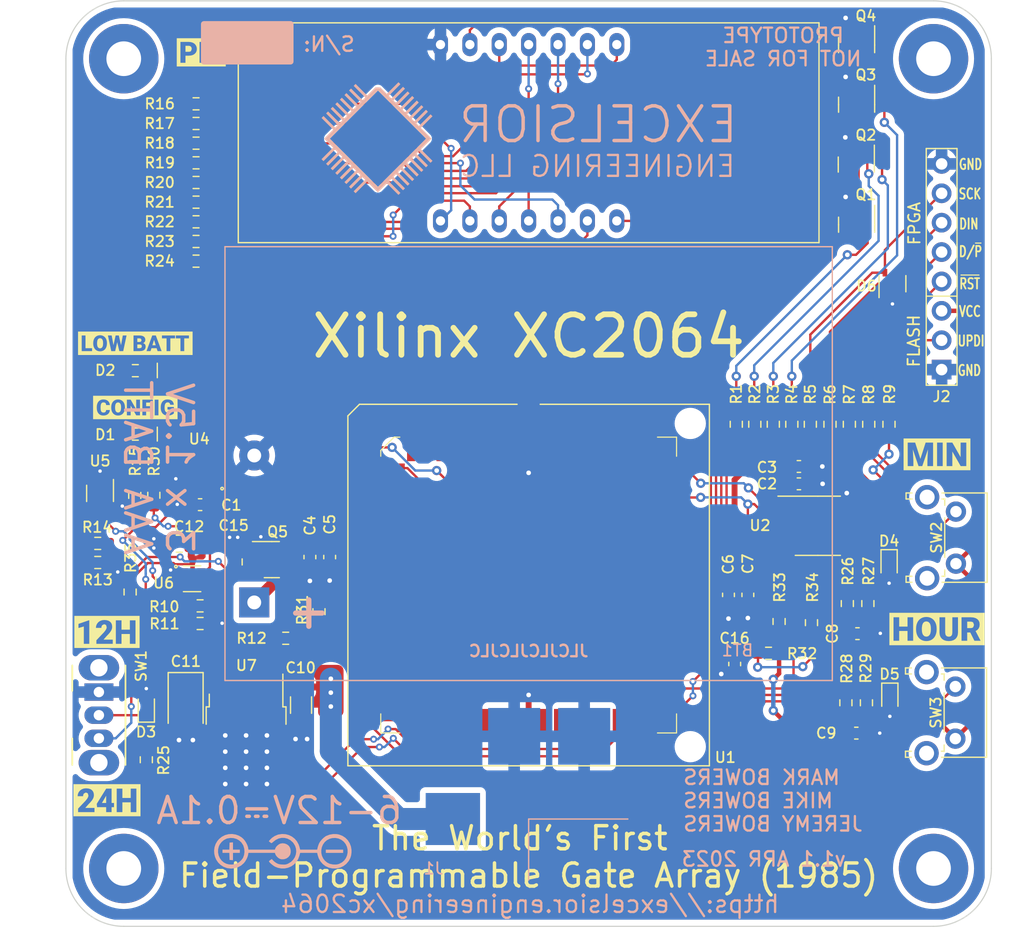
<source format=kicad_pcb>
(kicad_pcb (version 20211014) (generator pcbnew)
  (layers (0 "F.Cu" signal) (31 "B.Cu" signal) (34 "B.Paste" user) (35 "F.Paste" user) (36 "B.SilkS" user "B.Silkscreen") (37 "F.SilkS" user "F.Silkscreen") (38 "B.Mask" user) (39 "F.Mask" user) (44 "Edge.Cuts" user))
  (net 0 "")
  (net 1 "GND")
  (net 9 "/BTN_MIN")
  (net 10 "/BTN_HOUR")
  (net 15 "VCC")
  (net 16 "Net-(Q1-Pad1)")
  (net 17 "/DIG0_COM")
  (net 18 "Net-(D2-Pad1)")
  (net 19 "Net-(Q2-Pad1)")
  (net 20 "/DIG1_COM")
  (net 21 "Net-(Q3-Pad1)")
  (net 22 "/DIG2_COM")
  (net 24 "Net-(Q4-Pad1)")
  (net 25 "Net-(R16-Pad1)")
  (net 26 "/DIG3_COM")
  (net 27 "Net-(R18-Pad1)")
  (net 28 "/DP")
  (net 30 "/PWR_GOOD")
  (net 32 "/UPDI")
  (net 33 "Net-(D2-Pad2)")
  (net 34 "Net-(D3-Pad1)")
  (net 35 "Net-(D4-Pad1)")
  (net 45 "/DPROG")
  (net 49 "/MOSI")
  (net 52 "/12_24_SEL")
  (net 53 "/DIG0_EN")
  (net 54 "/SCLK")
  (net 55 "+VCC_JACK")
  (net 56 "+VCC_REG")
  (net 57 "/CLK_32.768KHz")
  (net 58 "Net-(D1-Pad2)")
  (net 59 "/RESET")
  (net 60 "Net-(BT1-Pad1)")
  (net 62 "/DIG1_EN")
  (net 63 "/DIG2_EN")
  (net 64 "Net-(R10-Pad2)")
  (net 65 "/DIG3_EN")
  (net 66 "/COLON")
  (net 67 "/SEG_G")
  (net 68 "/SEG_F")
  (net 69 "/SEG_E")
  (net 70 "/SEG_D")
  (net 71 "/SEG_C")
  (net 72 "/SEG_B")
  (net 73 "/SEG_A")
  (net 74 "Net-(R13-Pad1)")
  (net 75 "+VCC_BATT")
  (net 77 "Net-(J2-Pad2)")
  (net 82 "Net-(R17-Pad2)")
  (net 86 "Net-(R19-Pad1)")
  (net 87 "Net-(D5-Pad1)")
  (net 88 "Net-(R20-Pad1)")
  (net 93 "Net-(R21-Pad1)")
  (net 94 "Net-(R22-Pad1)")
  (net 95 "Net-(R23-Pad1)")
  (net 96 "Net-(R24-Pad1)")
  (net 97 "Net-(R31-Pad2)")
  (net 98 "/LDC")
  (net 99 "/RST_FILT")
  (net 100 "Net-(R35-Pad1)")
  (net 101 "Net-(D6-Pad1)")
  (net 102 "Net-(D6-Pad3)")
  (net 103 "Net-(D6-Pad4)")
  (net 104 "Net-(D6-Pad5)")
  (footprint "Resistor_SMD:R_0603_1608Metric_Pad0.98x0.95mm_HandSolder" (layer "F.Cu") (at 215.7375 91.4 180)
    (fp_text reference "R32")
    (fp_text value "4.7K")
  )
  (footprint "MountingHole:MountingHole_3mm_Pad" (layer "F.Cu") (at 230 110)
    (fp_text reference "H4" hide)
    (fp_text value "MountingHole")
  )
  (footprint "kibuzzard-63BF11B2" (layer "F.Cu") (at 166.7 39.45)
    (fp_text reference "kibuzzard-63BF11B2" hide)
    (fp_text value "G***" hide)
  )
  (footprint "Package_TO_SOT_SMD:SOT-23" (layer "F.Cu") (at 223.35 43.975 -90)
    (fp_text reference "Q3")
    (fp_text value "NFET")
  )
  (footprint "Capacitor_SMD:C_0603_1608Metric_Pad1.08x0.95mm_HandSolder" (layer "F.Cu") (at 213.95 86.35 -90)
    (fp_text reference "C7")
    (fp_text value "0.1uF")
  )
  (footprint "kibuzzard-63BF0CBF" (layer "F.Cu") (at 158.55 89.55)
    (fp_text reference "kibuzzard-63BF0CBF" hide)
    (fp_text value "G***" hide)
  )
  (footprint "Resistor_SMD:R_0603_1608Metric_Pad0.98x0.95mm_HandSolder" (layer "F.Cu") (at 166.6 88.825)
    (fp_text reference "R11")
    (fp_text value "402K")
  )
  (footprint "MountingHole:MountingHole_3mm_Pad" (layer "F.Cu") (at 160 40)
    (fp_text reference "H1" hide)
    (fp_text value "MountingHole")
  )
  (footprint "Package_SO:SOIC-8_3.9x4.9mm_P1.27mm" (layer "F.Cu") (at 220 80.375)
    (fp_text reference "U2")
    (fp_text value "ATtiny412-SS")
  )
  (footprint "Resistor_SMD:R_0603_1608Metric_Pad0.98x0.95mm_HandSolder" (layer "F.Cu") (at 161.95 100.6 90)
    (fp_text reference "R25")
    (fp_text value "4.7K")
  )
  (footprint "Package_TO_SOT_SMD:SOT-23" (layer "F.Cu") (at 223.325 49.15 -90)
    (fp_text reference "Q2")
    (fp_text value "NFET")
  )
  (footprint "Resistor_SMD:R_0603_1608Metric_Pad0.98x0.95mm_HandSolder" (layer "F.Cu") (at 166.25 54.1 180)
    (fp_text reference "R22")
    (fp_text value "500")
  )
  (footprint "Resistor_SMD:R_0603_1608Metric_Pad0.98x0.95mm_HandSolder" (layer "F.Cu") (at 166.25 43.9 180)
    (fp_text reference "R16")
    (fp_text value "1K")
  )
  (footprint "Resistor_SMD:R_0603_1608Metric_Pad0.98x0.95mm_HandSolder" (layer "F.Cu") (at 219.45 88.75 90)
    (fp_text reference "R34")
    (fp_text value "200")
  )
  (footprint "Capacitor_SMD:C_0603_1608Metric_Pad1.08x0.95mm_HandSolder" (layer "F.Cu") (at 218.3625 76.75)
    (fp_text reference "C2")
    (fp_text value "0.1uF")
  )
  (footprint "Package_TO_SOT_SMD:TO-252-2" (layer "F.Cu") (at 170.575 98.5 -90)
    (fp_text reference "U7")
    (fp_text value "TL720M05")
  )
  (footprint "Resistor_SMD:R_0603_1608Metric_Pad0.98x0.95mm_HandSolder" (layer "F.Cu") (at 166.25 57.5 180)
    (fp_text reference "R24")
    (fp_text value "1K")
  )
  (footprint "Capacitor_SMD:C_0603_1608Metric_Pad1.08x0.95mm_HandSolder" (layer "F.Cu") (at 177.8 83.08 -90)
    (fp_text reference "C5")
    (fp_text value "0.1uF")
  )
  (footprint "Capacitor_SMD:C_0805_2012Metric_Pad1.18x1.45mm_HandSolder" (layer "F.Cu") (at 164.8 81.925 180)
    (fp_text reference "C12")
    (fp_text value "10uF")
  )
  (footprint "Capacitor_SMD:C_0603_1608Metric_Pad1.08x0.95mm_HandSolder" (layer "F.Cu") (at 212.8125 92.325 -90)
    (fp_text reference "C16")
    (fp_text value "0.1uF")
  )
  (footprint "Resistor_SMD:R_0603_1608Metric_Pad0.98x0.95mm_HandSolder" (layer "F.Cu") (at 166.25 49 180)
    (fp_text reference "R19")
    (fp_text value "500")
  )
  (footprint "MountingHole:MountingHole_3mm_Pad" (layer "F.Cu") (at 230 40)
    (fp_text reference "H2" hide)
    (fp_text value "MountingHole")
  )
  (footprint "Capacitor_Tantalum_SMD:CP_EIA-3528-21_Kemet-B_Pad1.50x2.35mm_HandSolder" (layer "F.Cu") (at 165.35 95.7 -90)
    (fp_text reference "C11")
    (fp_text value "33 uF")
  )
  (footprint "Capacitor_SMD:C_0603_1608Metric_Pad1.08x0.95mm_HandSolder" (layer "F.Cu") (at 223.325 98.3)
    (fp_text reference "C9")
    (fp_text value "0.1uF")
  )
  (footprint "Resistor_SMD:R_0603_1608Metric_Pad0.98x0.95mm_HandSolder" (layer "F.Cu") (at 214.55 71.6 -90)
    (fp_text reference "R2")
    (fp_text value "200")
  )
  (footprint "Resistor_SMD:R_0603_1608Metric_Pad0.98x0.95mm_HandSolder" (layer "F.Cu") (at 222.725 71.6 90)
    (fp_text reference "R7")
    (fp_text value "200")
  )
  (footprint "Capacitor_SMD:C_0603_1608Metric_Pad1.08x0.95mm_HandSolder" (layer "F.Cu") (at 218.3625 75.25)
    (fp_text reference "C3")
    (fp_text value "0.1uF")
  )
  (footprint "Package_TO_SOT_SMD:SOT-353_SC-70-5" (layer "F.Cu") (at 157.95 77.575 -90)
    (fp_text reference "U5")
    (fp_text value "MIC842L")
  )
  (footprint "MountingHole:MountingHole_3mm_Pad" (layer "F.Cu") (at 160 110)
    (fp_text reference "H3" hide)
    (fp_text value "MountingHole")
  )
  (footprint "Resistor_SMD:R_0603_1608Metric_Pad0.98x0.95mm_HandSolder" (layer "F.Cu") (at 216.65 88.65 90)
    (fp_text reference "R33")
    (fp_text value "4.7K")
  )
  (footprint "Resistor_SMD:R_0603_1608Metric_Pad0.98x0.95mm_HandSolder" (layer "F.Cu") (at 224.325 87.1 -90)
    (fp_text reference "R27")
    (fp_text value "4.7K")
  )
  (footprint "Capacitor_SMD:C_0603_1608Metric_Pad1.08x0.95mm_HandSolder" (layer "F.Cu") (at 223.425 89.7)
    (fp_text reference "C8")
    (fp_text value "0.1uF")
  )
  (footprint "Excelsior:excelsior_logo" (layer "F.Cu") (at 187.30726 55.869471)
    (fp_text reference "REF**" hide)
    (fp_text value "excelsior_logo" hide)
  )
  (footprint "Resistor_SMD:R_0603_1608Metric_Pad0.98x0.95mm_HandSolder" (layer "F.Cu") (at 222.425 95.675 -90)
    (fp_text reference "R28")
    (fp_text value "4.7K")
  )
  (footprint "Resistor_SMD:R_0603_1608Metric_Pad0.98x0.95mm_HandSolder" (layer "F.Cu") (at 160.55 86.1 90)
    (fp_text reference "R35")
    (fp_text value "4.7K")
  )
  (footprint "Resistor_SMD:R_0603_1608Metric_Pad0.98x0.95mm_HandSolder" (layer "F.Cu") (at 226.15 71.6 90)
    (fp_text reference "R9")
    (fp_text value "500")
  )
  (footprint "kibuzzard-63BF0CA3" (layer "F.Cu") (at 161 64.6)
    (fp_text reference "kibuzzard-63BF0CA3" hide)
    (fp_text value "G***" hide)
  )
  (footprint "Capacitor_SMD:C_0805_2012Metric_Pad1.18x1.45mm_HandSolder" (layer "F.Cu") (at 169.5 83.5 90)
    (fp_text reference "C15")
    (fp_text value "10uF")
  )
  (footprint "Resistor_SMD:R_0603_1608Metric_Pad0.98x0.95mm_HandSolder" (layer "F.Cu") (at 162.6 77.7375 90)
    (fp_text reference "R30")
    (fp_text value "4.7K")
  )
  (footprint "Package_TO_SOT_SMD:SOT-23" (layer "F.Cu") (at 223.35 54.35 -90)
    (fp_text reference "Q1")
    (fp_text value "NFET")
  )
  (footprint "Capacitor_SMD:C_0603_1608Metric_Pad1.08x0.95mm_HandSolder" (layer "F.Cu") (at 176.09 83.08 -90)
    (fp_text reference "C4")
    (fp_text value "0.1uF")
  )
  (footprint "Button_Switch_THT:SW_Tactile_SPST_Angled_PTS645Vx58-2LFS" (layer "F.Cu") (at 231.9375 79.15 -90)
    (fp_text reference "SW2")
    (fp_text value "BTN")
  )
  (footprint "kibuzzard-63BF0CE3" (layer "F.Cu") (at 230.3 89.3)
    (fp_text reference "kibuzzard-63BF0CE3" hide)
    (fp_text value "G***" hide)
  )
  (footprint "Resistor_SMD:R_0603_1608Metric_Pad0.98x0.95mm_HandSolder" (layer "F.Cu") (at 217.75 71.6 -90)
    (fp_text reference "R4")
    (fp_text value "200")
  )
  (footprint "Excelsior:PLCC-68_SMD-Socket_excelsior" (layer "F.Cu") (at 195 85.5)
    (fp_text reference "U1")
    (fp_text value "XC2064-PC68")
  )
  (footprint "Resistor_SMD:R_0603_1608Metric_Pad0.98x0.95mm_HandSolder" (layer "F.Cu") (at 212.95 71.6 -90)
    (fp_text reference "R1")
    (fp_text value "200")
  )
  (footprint "Resistor_SMD:R_0603_1608Metric_Pad0.98x0.95mm_HandSolder" (layer "F.Cu") (at 224.2 95.675 -90)
    (fp_text reference "R29")
    (fp_text value "4.7K")
  )
  (footprint "Resistor_SMD:R_0603_1608Metric_Pad0.98x0.95mm_HandSolder" (layer "F.Cu") (at 166.6 87.3 180)
    (fp_text reference "R10")
    (fp_text value "1.18M")
  )
  (footprint "Excelsior:KW4-56NXWB-P-Y" (layer "F.Cu") (at 195 46.4 180)
    (fp_text reference "U3")
    (fp_text value "KW4-56NCWP")
  )
  (footprint "Resistor_SMD:R_0603_1608Metric_Pad0.98x0.95mm_HandSolder" (layer "F.Cu") (at 221.05 71.6 90)
    (fp_text reference "R6")
    (fp_text value "200")
  )
  (footprint "Resistor_SMD:R_0603_1608Metric_Pad0.98x0.95mm_HandSolder" (layer "F.Cu") (at 166.25 55.8 180)
    (fp_text reference "R23")
    (fp_text value "500")
  )
  (footprint "Package_TO_SOT_SMD:SOT-23" (layer "F.Cu") (at 172.8 83.3)
    (fp_text reference "Q5")
    (fp_text value "DMG2301L")
  )
  (footprint "Resistor_SMD:R_0603_1608Metric_Pad0.98x0.95mm_HandSolder" (layer "F.Cu") (at 166.25 45.6)
    (fp_text reference "R17")
    (fp_text value "500")
  )
  (footprint "Excelsior:SOT5x3" (layer "F.Cu") (at 165.9075 84.9)
    (fp_text reference "U6")
    (fp_text value "TPS2116")
  )
  (footprint "Resistor_SMD:R_0603_1608Metric_Pad0.98x0.95mm_HandSolder" (layer "F.Cu") (at 166.25 47.3 180)
    (fp_text reference "R18")
    (fp_text value "500")
  )
  (footprint "kibuzzard-63BF0C9B" (layer "F.Cu") (at 161 70.15)
    (fp_text reference "kibuzzard-63BF0C9B" hide)
    (fp_text value "G***" hide)
  )
  (footprint "Resistor_SMD:R_0603_1608Metric_Pad0.98x0.95mm_HandSolder" (layer "F.Cu") (at 161 66.9674 180)
    (fp_text reference "D2")
    (fp_text value "LED")
  )
  (footprint "Button_Switch_THT:SW_CuK_OS102011MA1QN1_SPDT_Angled" (layer "F.Cu") (at 157.85 94.75 -90)
    (fp_text reference "SW1")
    (fp_text value "SWITCH")
  )
  (footprint "Capacitor_SMD:C_0603_1608Metric_Pad1.08x0.95mm_HandSolder" (layer "F.Cu") (at 166.6 78.55 180)
    (fp_text reference "C1")
    (fp_text value "0.1uF")
  )
  (footprint "Resistor_SMD:R_0603_1608Metric_Pad0.98x0.95mm_HandSolder" (layer "F.Cu") (at 222.55 87.1 -90)
    (fp_text reference "R26")
    (fp_text value "4.7K")
  )
  (footprint "Capacitor_SMD:C_1206_3216Metric_Pad1.33x1.80mm_HandSolder" (layer "F.Cu") (at 175.325 95.875 -90)
    (fp_text reference "C10")
    (fp_text value "22 uF")
  )
  (footprint "Excelsior:PinHeader_1x08_P2.54mm_Vertical" (layer "F.Cu") (at 230.7 66.875 180)
    (fp_text reference "J2")
    (fp_text value "Conn_01x08")
  )
  (footprint "Resistor_SMD:R_0603_1608Metric_Pad0.98x0.95mm_HandSolder" (layer "F.Cu") (at 216.15 71.6 -90)
    (fp_text reference "R3")
    (fp_text value "200")
  )
  (footprint "Capacitor_SMD:C_0603_1608Metric_Pad1.08x0.95mm_HandSolder" (layer "F.Cu") (at 212.275 86.35 -90)
    (fp_text reference "C6")
    (fp_text value "0.1uF")
  )
  (footprint "kibuzzard-63BF0CD2" (layer "F.Cu") (at 158.55 104.1)
    (fp_text reference "kibuzzard-63BF0CD2" hide)
    (fp_text value "G***" hide)
  )
  (footprint "Resistor_SMD:R_0603_1608Metric_Pad0.98x0.95mm_HandSolder" (layer "F.Cu") (at 161 72.45 180)
    (fp_text reference "D1")
    (fp_text value "LED")
  )
  (footprint "Resistor_SMD:R_0603_1608Metric_Pad0.98x0.95mm_HandSolder" (layer "F.Cu") (at 176.875 87.8 -90)
    (fp_text reference "R31")
    (fp_text value "4.7K")
  )
  (footprint "Resistor_SMD:R_0603_1608Metric_Pad0.98x0.95mm_HandSolder" (layer "F.Cu") (at 219.35 71.6 90)
    (fp_text reference "R5")
    (fp_text value "200")
  )
  (footprint "Excelsior:powersymbol" (layer "F.Cu") (at 172.148482 103.741863 180)
    (fp_text reference "REF**" hide)
    (fp_text value "powersymbol" hide)
  )
  (footprint "Excelsior:TG-3541CE" (layer "F.Cu") (at 166.6 75.6125 90)
    (fp_text reference "U4")
    (fp_text value "TG-3541CE")
  )
  (footprint "Resistor_SMD:R_0603_1608Metric_Pad0.98x0.95mm_HandSolder" (layer "F.Cu") (at 157.75 81.9 180)
    (fp_text reference "R14")
    (fp_text value "1.18M")
  )
  (footprint "kibuzzard-63BF0CDA" (layer "F.Cu") (at 230.3 74.2)
    (fp_text reference "kibuzzard-63BF0CDA" hide)
    (fp_text value "G***" hide)
  )
  (footprint "Resistor_SMD:R_0603_1608Metric_Pad0.98x0.95mm_HandSolder" (layer "F.Cu") (at 166.25 50.7 180)
    (fp_text reference "R20")
    (fp_text value "500")
  )
  (footprint "Button_Switch_THT:SW_Tactile_SPST_Angled_PTS645Vx58-2LFS" (layer "F.Cu") (at 231.8875 94.275 -90)
    (fp_text reference "SW3")
    (fp_text value "BTN")
  )
  (footprint "Excelsior:D_SOD-523" (layer "F.Cu") (at 161.95 96.05 90)
    (fp_text reference "D3")
    (fp_text value "D_TVS")
  )
  (footprint "Resistor_SMD:R_0603_1608Metric_Pad0.98x0.95mm_HandSolder" (layer "F.Cu") (at 166.25 52.4 180)
    (fp_text reference "R21")
    (fp_text value "500")
  )
  (footprint "Resistor_SMD:R_0603_1608Metric_Pad0.98x0.95mm_HandSolder" (layer "F.Cu") (at 174 90.1)
    (fp_text reference "R12")
    (fp_text value "4.7K")
  )
  (footprint "Excelsior:D_SOD-523" (layer "F.Cu") (at 226.16 83.74 -90)
    (fp_text reference "D4")
    (fp_text value "D_TVS")
  )
  (footprint "Resistor_SMD:R_0603_1608Metric_Pad0.98x0.95mm_HandSolder" (layer "F.Cu") (at 157.75 83.55)
    (fp_text reference "R13")
    (fp_text value "825K")
  )
  (footprint "Resistor_SMD:R_0603_1608Metric_Pad0.98x0.95mm_HandSolder" (layer "F.Cu") (at 160.95 77.75 90)
    (fp_text reference "R15")
    (fp_text value "1K")
  )
  (footprint "Resistor_SMD:R_0603_1608Metric_Pad0.98x0.95mm_HandSolder" (layer "F.Cu") (at 224.4 71.6 90)
    (fp_text reference "R8")
    (fp_text value "200")
  )
  (footprint "Package_TO_SOT_SMD:SOT-353_SC-70-5" (layer "F.Cu") (at 226.45 59.45 90)
    (fp_text reference "D6")
    (fp_text value "SP0504BAJT")
  )
  (footprint "Package_TO_SOT_SMD:SOT-23" (layer "F.Cu") (at 223.35 38.825 -90)
    (fp_text reference "Q4")
    (fp_text value "NFET")
  )
  (footprint "Excelsior:D_SOD-523" (layer "F.Cu") (at 226.225 95.275 -90)
    (fp_text reference "D5")
    (fp_text value "D_TVS")
  )
  (footprint "Excelsior:SMTBarrelJack" (layer "B.Cu") (at 194.075 103)
    (fp_text reference "J1")
    (fp_text value "Barrel_Jack_Switch" hide)
  )
  (footprint "Excelsior:BatteryHolder_3AAA" (layer "B.Cu") (at 195 75 180)
    (fp_text reference "BT1")
    (fp_text value "3PACK_AAA")
  )
  (gr_line (start 233.628645 55.937) (end 234.1 55.937856) (layer "F.SilkS") (width 0.1))
  (gr_line (start 162.9 73.05) (end 162.9 71.85) (layer "F.SilkS") (width 0.12))
  (gr_line (start 232.375 58.7) (end 233.925 58.7) (layer "F.SilkS") (width 0.1))
  (gr_line (start 162.9 67.575) (end 162.9 66.325) (layer "F.SilkS") (width 0.12))
  (gr_arc (start 155 40) (mid 156.464466 36.464466) (end 160 35) (layer "Edge.Cuts") (width 0.1))
  (gr_line (start 230 115) (end 160 115) (layer "Edge.Cuts") (width 0.1))
  (gr_line (start 235 40) (end 235 110) (layer "Edge.Cuts") (width 0.1))
  (gr_line (start 160 35) (end 230 35) (layer "Edge.Cuts") (width 0.1))
  (gr_line (start 155 40) (end 155 110) (layer "Edge.Cuts") (width 0.1))
  (gr_arc (start 230 35) (mid 233.535534 36.464466) (end 235 40) (layer "Edge.Cuts") (width 0.1))
  (gr_arc (start 235 110) (mid 233.535534 113.535534) (end 230 115) (layer "Edge.Cuts") (width 0.1))
  (gr_arc (start 160 115) (mid 156.464466 113.535534) (end 155 110) (layer "Edge.Cuts") (width 0.1))
  (gr_text "PROTOTYPE\nNOT FOR SALE" (at 217 39) (layer "B.SilkS") (effects (font (size 1.25 1.25) (thickness 0.2)) (justify mirror)))
  (gr_text "EXCELSIOR" (at 201.025 45.7) (layer "B.SilkS") (effects (font (size 3 3) (thickness 0.3)) (justify mirror)))
  (gr_text "JLCJLCJLCJLC" (at 195 91.2) (layer "B.SilkS") (effects (font (size 1 1) (thickness 0.2)) (justify mirror)))
  (gr_text "S/N:" (at 177.75 38.75) (layer "B.SilkS") (effects (font (size 1.25 1.25) (thickness 0.2)) (justify mirror)))
  (gr_text "3 x 1.5V\nAAA BATT" (at 163 75.35 -90) (layer "B.SilkS") (effects (font (size 2.25 2.25) (thickness 0.3)) (justify mirror)))
  (gr_text "v1.1 APR 2023\n" (at 215.324236 109.188914) (layer "B.SilkS") (effects (font (size 1.25 1.25) (thickness 0.2)) (justify mirror)))
  (gr_text "MARK BOWERS\nMIKE BOWERS\nJEREMY BOWERS\n" (at 208.25 104.14) (layer "B.SilkS") (effects (font (size 1.25 1.25) (thickness 0.2)) (justify right mirror)))
  (gr_text "ENGINEERING LLC" (at 200.95 49.3) (layer "B.SilkS") (effects (font (size 1.805 1.805) (thickness 0.2)) (justify mirror)))
  (gr_text "6-12V⎓0.1A\n" (at 173.425 105) (layer "B.SilkS") (effects (font (size 2.25 2.25) (thickness 0.3)) (justify mirror)))
  (gr_text "https://excelsior.engineering/xc2064" (at 195.125 113.075) (layer "B.SilkS") (effects (font (size 1.5 1.5) (thickness 0.2)) (justify mirror)))
  (gr_text "UPDI" (at 233.25 64.4) (layer "F.SilkS") (effects (font (size 0.9 0.65))))
  (gr_text "The World's First \nField-Programmable Gate Array (1985)" (at 195 109) (layer "F.SilkS") (effects (font (size 2 2) (thickness 0.3))))
  (gr_text "FPGA" (at 228.346 54.25 90) (layer "F.SilkS") (effects (font (size 1 1) (thickness 0.153))))
  (gr_text "VCC" (at 233.15 61.85) (layer "F.SilkS") (effects (font (size 0.9 0.65))))
  (gr_text "Xilinx XC2064" (at 195 64) (layer "F.SilkS") (effects (font (size 3.5 3.5) (thickness 0.5))))
  (gr_text "SCK" (at 233.15 51.687) (layer "F.SilkS") (effects (font (size 0.9 0.65))))
  (gr_text "FLASH" (at 228.2992 64.4 90) (layer "F.SilkS") (effects (font (size 1 1) (thickness 0.153))))
  (gr_text "GND" (at 233.2 49.137) (layer "F.SilkS") (effects (font (size 0.9 0.65))))
  (gr_text "GND" (at 233.1 66.95) (layer "F.SilkS") (effects (font (size 0.9 0.65))))
  (gr_text "DIN" (at 233.05 54.287) (layer "F.SilkS") (effects (font (size 0.9 0.65))))
  (gr_text "D/P" (at 233.196355 56.677) (layer "F.SilkS") (effects (font (size 0.9 0.65))))
  (gr_text "RST" (at 233.125 59.462) (layer "F.SilkS") (effects (font (size 0.9 0.65))))
  (segment (start 222.4 41.575) (end 222.4 43.0375) (width 0.25) (layer "F.Cu") (net 1))
  (segment (start 224.2 96.5875) (end 224.2 98.2875) (width 0.2032) (layer "F.Cu") (net 1))
  (segment (start 166.8375 74.0625) (end 167.6 74.0625) (width 0.254) (layer "F.Cu") (net 1))
  (segment (start 226.16 85.34) (end 226.16 84.44) (width 0.381) (layer "F.Cu") (net 1))
  (segment (start 168.475 88.825) (end 168.5 88.8) (width 0.254) (layer "F.Cu") (net 1))
  (segment (start 164.775 98.9) (end 164.775 97.925) (width 0.762) (layer "F.Cu") (net 1))
  (segment (start 224.325 88.0125) (end 224.325 89.6625) (width 0.2032) (layer "F.Cu") (net 1))
  (segment (start 163.3375 81.5) (end 163.7625 81.925) (width 0.2032) (layer "F.Cu") (net 1))
  (segment (start 176.09 83.9425) (end 176.09 85.14) (width 0.508) (layer "F.Cu") (net 1))
  (segment (start 224.05 89.65) (end 224.0125 89.6875) (width 0.2032) (layer "F.Cu") (net 1))
  (segment (start 165.7125 78.525) (end 165.7375 78.55) (width 0.2032) (layer "F.Cu") (net 1))
  (segment (start 171.8625 82.35) (end 169.5375 82.35) (width 0.508) (layer "F.Cu") (net 1))
  (segment (start 175.85 98.81) (end 175.85 97.9625) (width 0.508) (layer "F.Cu") (net 1))
  (segment (start 222.4 36.475) (end 222.4 37.8875) (width 0.25) (layer "F.Cu") (net 1))
  (segment (start 220.3875 75.25) (end 219.2 75.25) (width 0.508) (layer "F.Cu") (net 1))
  (segment (start 171.8625 81.3386) (end 171.8625 82.35) (width 0.508) (layer "F.Cu") (net 1))
  (segment (start 169.85 82.1125) (end 169.5 82.4625) (width 0.508) (layer "F.Cu") (net 1))
  (segment (start 177.8 83.9425) (end 177.8 85.11) (width 0.508) (layer "F.Cu") (net 1))
  (segment (start 212.8125 93.1875) (end 211.65 93.1875) (width 0.508) (layer "F.Cu") (net 1))
  (segment (start 222.475 77.575) (end 222.475 78.47) (width 0.508) (layer "F.Cu") (net 1))
  (segment (start 167.5125 88.825) (end 168.475 88.825) (width 0.254) (layer "F.Cu") (net 1))
  (segment (start 169.15 82.1125) (end 169.5 82.4625) (width 0.508) (layer "F.Cu") (net 1))
  (segment (start 160.95 78.6625) (end 159.8875 78.6625) (width 0.2032) (layer "F.Cu") (net 1))
  (segment (start 174.85 98.81) (end 174.85 97.9125) (width 0.508) (layer "F.Cu") (net 1))
  (segment (start 166.4 74.9125) (end 166.6 74.7125) (width 0.254) (layer "F.Cu") (net 1))
  (segment (start 166.6 74.3) (end 166.8375 74.0625) (width 0.254) (layer "F.Cu") (net 1))
  (segment (start 159.8875 78.6625) (end 159.875 78.675) (width 0.2032) (layer "F.Cu") (net 1))
  (segment (start 195 97.2225) (end 195 95) (width 0.508) (layer "F.Cu") (net 1))
  (segment (start 165.6 74.9125) (end 166.4 74.9125) (width 0.254) (layer "F.Cu") (net 1))
  (segment (start 159.48125 84.36875) (end 158.6625 83.55) (width 0.25) (layer "F.Cu") (net 1))
  (segment (start 162.6 81.5) (end 163.3375 81.5) (width 0.508) (layer "F.Cu") (net 1))
  (segment (start 169.15 81.375) (end 169.15 82.1125) (width 0.508) (layer "F.Cu") (net 1))
  (segment (start 164.775 97.925) (end 165.375 97.325) (width 0.762) (layer "F.Cu") (net 1))
  (segment (start 220.4125 76.75) (end 219.225 76.75) (width 0.508) (layer "F.Cu") (net 1))
  (segment (start 224.2875 89.7) (end 225.375 89.7) (width 0.381) (layer "F.Cu") (net 1))
  (segment (start 175.85 97.9625) (end 175.325 97.4375) (width 0.508) (layer "F.Cu") (net 1))
  (segment (start 165.6 76.3125) (end 164.5 76.3125) (width 0.254) (layer "F.Cu") (net 1))
  (segment (start 163.3875 82.3) (end 163.7625 81.925) (width 0.2032) (layer "F.Cu") (net 1))
  (segment (start 212.275 87.0625) (end 212.275 88.4) (width 0.508) (layer "F.Cu") (net 1))
  (segment (start 165.975 98.9) (end 165.975 97.925) (width 0.762) (layer "F.Cu") (net 1))
  (segment (start 171.85 81.3261) (end 171.8625 81.3386) (width 0.508) (layer "F.Cu") (net 1))
  (segment (start 174.85 97.9125) (end 175.325 97.4375) (width 0.508) (layer "F.Cu") (net 1))
  (segment (start 224.2 98.2875) (end 224.1875 98.3) (width 0.2032) (layer "F.Cu") (net 1))
  (segment (start 226.225 96.85) (end 226.225 95.975) (width 0.381) (layer "F.Cu") (net 1))
  (segment (start 222.5 77.55) (end 222.475 77.575) (width 0.508) (layer "F.Cu") (net 1))
  (segment (start 162.6 82.3) (end 163.3875 82.3) (width 0.508) (layer "F.Cu") (net 1))
  (segment (start 169.5375 82.35) (end 169.5 82.3125) (width 0.508) (layer "F.Cu") (net 1))
  (segment (start 166.6 74.7125) (end 166.6 74.3) (width 0.254) (layer "F.Cu") (net 1))
  (segment (start 169.85 81.375) (end 169.85 82.1125) (width 0.508) (layer "F.Cu") (net 1))
  (segment (start 164.0511 84.2) (end 165.2075 84.2) (width 0.25) (layer "F.Cu") (net 1))
  (segment (start 165.975 97.925) (end 165.375 97.325) (width 0.762) (layer "F.Cu") (net 1))
  (segment (start 222.4 51.95) (end 222.4 53.4125) (width 0.25) (layer "F.Cu") (net 1))
  (segment (start 164.625 78.525) (end 165.7125 78.525) (width 0.508) (layer "F.Cu") (net 1))
  (segment (start 165.6 74.9125) (end 165.6 76.3125) (width 0.254) (layer "F.Cu") (net 1))
  (segment (start 161.95 95.35) (end 161.95 94.45) (width 0.381) (layer "F.Cu") (net 1))
  (segment (start 226.45 61.2) (end 226.45 60.4) (width 0.2032) (layer "F.Cu") (net 1))
  (segment (start 222.375 46.8) (end 222.375 48.2125) (width 0.25) (layer "F.Cu") (net 1))
  (segment (start 224.0375 89.6625) (end 224.0125 89.6875) (width 0.2032) (layer "F.Cu") (net 1))
  (segment (start 225.375 89.7) (end 225.4 89.675) (width 0.381) (layer "F.Cu") (net 1))
  (segment (start 195 73.8775) (end 195 75.8) (width 0.508) (layer "F.Cu") (net 1))
  (segment (start 157.95 76.625) (end 157.95 75.65) (width 0.25) (layer "F.Cu") (net 1))
  (segment (start 225.35 98.3) (end 224.1875 98.3) (width 0.381) (layer "F.Cu") (net 1))
  (segment (start 213.95 87.0625) (end 213.95 88.35) (width 0.508) (layer "F.Cu") (net 1))
  (via (at 169.15 81.375) (size 0.6) (drill 0.3) (layers "F.Cu" "B.Cu") (net 1))
  (via (at 226.45 61.2) (size 0.6) (drill 0.3) (layers "F.Cu" "B.Cu") (net 1))
  (via (at 222.4 41.575) (size 0.8) (drill 0.4) (layers "F.Cu" "B.Cu") (net 1))
  (via (at 220.3875 75.25) (size 0.8) (drill 0.4) (layers "F.Cu" "B.Cu") (net 1))
  (via (at 177.8 85.11) (size 0.8) (drill 0.4) (layers "F.Cu" "B.Cu") (net 1))
  (via (at 226.16 85.34) (size 0.6) (drill 0.3) (layers "F.Cu" "B.Cu") (net 1))
  (via (at 164.5 76.3125) (size 0.6) (drill 0.3) (layers "F.Cu" "B.Cu") (net 1))
  (via (at 222.4 36.475) (size 0.8) (drill 0.4) (layers "F.Cu" "B.Cu") (net 1))
  (via (at 164.775 98.9) (size 0.8) (drill 0.4) (layers "F.Cu" "B.Cu") (net 1))
  (via (at 195 95) (size 0.8) (drill 0.4) (layers "F.Cu" "B.Cu") (net 1))
  (via (at 222.5 77.55) (size 0.8) (drill 0.4) (layers "F.Cu" "B.Cu") (net 1))
  (via (at 162.6 81.5) (size 0.6) (drill 0.3) (layers "F.Cu" "B.Cu") (net 1))
  (via (at 168.775 99.9) (size 0.8) (drill 0.4) (layers "F.Cu" "B.Cu") (net 1))
  (via (at 170.575 101.3) (size 0.8) (drill 0.4) (layers "F.Cu" "B.Cu") (net 1))
  (via (at 226.225 96.85) (size 0.6) (drill 0.3) (layers "F.Cu" "B.Cu") (net 1))
  (via (at 169.85 81.375) (size 0.6) (drill 0.3) (layers "F.Cu" "B.Cu") (net 1))
  (via (at 170.575 99.9) (size 0.8) (drill 0.4) (layers "F.Cu" "B.Cu") (net 1))
  (via (at 195 75.8) (size 0.8) (drill 0.4) (layers "F.Cu" "B.Cu") (net 1))
  (via (at 212.275 88.4) (size 0.8) (drill 0.4) (layers "F.Cu" "B.Cu") (net 1))
  (via (at 175.85 98.81) (size 0.8) (drill 0.4) (layers "F.Cu" "B.Cu") (net 1))
  (via (at 172.375 98.5) (size 0.8) (drill 0.4) (layers "F.Cu" "B.Cu") (net 1))
  (via (at 225.35 98.3) (size 0.6) (drill 0.3) (layers "F.Cu" "B.Cu") (net 1))
  (via (at 168.775 101.3) (size 0.8) (drill 0.4) (layers "F.Cu" "B.Cu") (net 1))
  (via (at 225.4 89.675) (size 0.6) (drill 0.3) (layers "F.Cu" "B.Cu") (net 1))
  (via (at 168.775 102.7) (size 0.8) (drill 0.4) (layers "F.Cu" "B.Cu") (net 1))
  (via (at 172.375 99.9) (size 0.8) (drill 0.4) (layers "F.Cu" "B.Cu") (net 1))
  (via (at 162.6 82.3) (size 0.6) (drill 0.3) (layers "F.Cu" "B.Cu") (net 1))
  (via (at 157.95 75.65) (size 0.6) (drill 0.3) (layers "F.Cu" "B.Cu") (net 1))
  (via (at 168.775 98.5) (size 0.8) (drill 0.4) (layers "F.Cu" "B.Cu") (net 1))
  (via (at 174.85 98.81) (size 0.8) (drill 0.4) (layers "F.Cu" "B.Cu") (net 1))
  (via (at 161.95 94.45) (size 0.6) (drill 0.3) (layers "F.Cu" "B.Cu") (net 1))
  (via (at 164.0511 84.2) (size 0.6) (drill 0.3) (layers "F.Cu" "B.Cu") (net 1))
  (via (at 222.375 46.8) (size 0.8) (drill 0.4) (layers "F.Cu" "B.Cu") (net 1))
  (via (at 170.575 98.5) (size 0.8) (drill 0.4) (layers "F.Cu" "B.Cu") (net 1))
  (via (at 220.4125 76.75) (size 0.8) (drill 0.4) (layers "F.Cu" "B.Cu") (net 1))
  (via (at 222.4 51.95) (size 0.8) (drill 0.4) (layers "F.Cu" "B.Cu") (net 1))
  (via (at 176.09 85.14) (size 0.8) (drill 0.4) (layers "F.Cu" "B.Cu") (net 1))
  (via (at 159.875 78.675) (size 0.6) (drill 0.3) (layers "F.Cu" "B.Cu") (net 1))
  (via (at 165.975 98.9) (size 0.8) (drill 0.4) (layers "F.Cu" "B.Cu") (net 1))
  (via (at 168.5 88.8) (size 0.6) (drill 0.3) (layers "F.Cu" "B.Cu") (net 1))
  (via (at 159.48125 84.36875) (size 0.6) (drill 0.3) (layers "F.Cu" "B.Cu") (net 1))
  (via (at 171.85 81.3261) (size 0.6) (drill 0.3) (layers "F.Cu" "B.Cu") (net 1))
  (via (at 164.625 78.525) (size 0.6) (drill 0.3) (layers "F.Cu" "B.Cu") (net 1))
  (via (at 213.95 88.35) (size 0.8) (drill 0.4) (layers "F.Cu" "B.Cu") (net 1))
  (via (at 170.575 102.7) (size 0.8) (drill 0.4) (layers "F.Cu" "B.Cu") (net 1))
  (via (at 172.375 101.3) (size 0.8) (drill 0.4) (layers "F.Cu" "B.Cu") (net 1))
  (via (at 172.375 102.7) (size 0.8) (drill 0.4) (layers "F.Cu" "B.Cu") (net 1))
  (via (at 211.65 93.1875) (size 0.8) (drill 0.4) (layers "F.Cu" "B.Cu") (net 1))
  (segment (start 213.05 96.55) (end 209.1 96.55) (width 0.2032) (layer "F.Cu") (net 9))
  (segment (start 222.5625 89.9625) (end 222.5625 90.8375) (width 0.2032) (layer "F.Cu") (net 9))
  (segment (start 208.4775 97.1725) (end 205.16 97.1725) (width 0.2032) (layer "F.Cu") (net 9))
  (segment (start 214.6 95) (end 213.05 96.55) (width 0.2032) (layer "F.Cu") (net 9))
  (segment (start 222.55 88.0125) (end 222.55 89.6875) (width 0.2032) (layer "F.Cu") (net 9))
  (segment (start 209.1 96.55) (end 208.4775 97.1725) (width 0.2032) (layer "F.Cu") (net 9))
  (segment (start 222.5625 90.8375) (end 218.4 95) (width 0.2032) (layer "F.Cu") (net 9))
  (segment (start 218.4 95) (end 214.6 95) (width 0.2032) (layer "F.Cu") (net 9))
  (segment (start 207.35 97.9) (end 206.125 99.125) (width 0.2032) (layer "F.Cu") (net 10))
  (segment (start 213.12021 97.9) (end 207.35 97.9) (width 0.2032) (layer "F.Cu") (net 10))
  (segment (start 218.1875 96.5875) (end 217.15 95.55) (width 0.2032) (layer "F.Cu") (net 10))
  (segment (start 206.125 99.125) (end 204.475 99.125) (width 0.2032) (layer "F.Cu") (net 10))
  (segment (start 222.425 98.2625) (end 222.4625 98.3) (width 0.2032) (layer "F.Cu") (net 10))
  (segment (start 204.475 99.125) (end 203.89 98.54) (width 0.2032) (layer "F.Cu") (net 10))
  (segment (start 222.425 96.5875) (end 222.425 98.2625) (width 0.2032) (layer "F.Cu") (net 10))
  (segment (start 203.89 98.54) (end 203.89 97.1725) (width 0.2032) (layer "F.Cu") (net 10))
  (segment (start 217.15 95.55) (end 215.47021 95.55) (width 0.2032) (layer "F.Cu") (net 10))
  (segment (start 215.47021 95.55) (end 213.12021 97.9) (width 0.2032) (layer "F.Cu") (net 10))
  (segment (start 222.425 96.5875) (end 218.1875 96.5875) (width 0.2032) (layer "F.Cu") (net 10))
  (segment (start 213.4 75.8) (end 215.9 75.8) (width 0.508) (layer "F.Cu") (net 15))
  (segment (start 186.3 85.54) (end 204.48 85.54) (width 1.016) (layer "F.Cu") (net 15))
  (segment (start 213.15 84.2) (end 213.1 84.15) (width 0.508) (layer "F.Cu") (net 15))
  (segment (start 165.925 84.7) (end 166.6875 84.7) (width 0.2032) (layer "F.Cu") (net 15))
  (segment (start 167.6 77.1625) (end 167.6 78.275) (width 0.508) (layer "F.Cu") (net 15))
  (segment (start 178.5271 86.8875) (end 176.875 86.8875) (width 0.2032) (layer "F.Cu") (net 15))
  (segment (start 162.07181 83.5984) (end 160.48271 85.1875) (width 0.2032) (layer "F.Cu") (net 15))
  (segment (start 167.6 75.6125) (end 167.6 77.1625) (width 0.254) (layer "F.Cu") (net 15))
  (segment (start 167.35 79.775) (end 166.675 80.45) (width 1.016) (layer "F.Cu") (net 15))
  (segment (start 183.3275 94.39) (end 185.645 94.39) (width 0.25) (layer "F.Cu") (net 15))
  (segment (start 177.8 82.2175) (end 176.09 82.2175) (width 0.508) (layer "F.Cu") (net 15))
  (segment (start 216.6375 91.3875) (end 216.65 91.4) (width 0.2032) (layer "F.Cu") (net 15))
  (segment (start 233.55 97.1125) (end 231.8875 98.775) (width 0.381) (layer "F.Cu") (net 15))
  (segment (start 228.02 97.7) (end 230.8125 97.7) (width 0.381) (layer "F.Cu") (net 15))
  (segment (start 213.1 84.15) (end 213.1 79.6) (width 0.508) (layer "F.Cu") (net 15))
  (segment (start 186.3 77.17) (end 186.3 85.54) (width 0.2032) (layer "F.Cu") (net 15))
  (segment (start 233.55 85.2625) (end 233.55 97.1125) (width 0.381) (layer "F.Cu") (net 15))
  (segment (start 167.6 78.275) (end 167.4625 78.4125) (width 0.508) (layer "F.Cu") (net 15))
  (segment (start 217.5 76.75) (end 217.5 75.15) (width 0.508) (layer "F.Cu") (net 15))
  (segment (start 208.85 85.5) (end 210.3 85.5) (width 1.016) (layer "F.Cu") (net 15))
  (segment (start 217.525 76.775) (end 217.5 76.75) (width 0.508) (layer "F.Cu") (net 15))
  (segment (start 186.3 93.735) (end 186.3 85.54) (width 0.25) (layer "F.Cu") (net 15))
  (segment (start 230.7 61.795) (end 232.145 61.795) (width 0.381) (layer "F.Cu") (net 15))
  (segment (start 175.325 79.775) (end 176.1 80.55) (width 1.016) (layer "F.Cu") (net 15))
  (segment (start 215.325 85.975) (end 215.325 88.325) (width 0.381) (layer "F.Cu") (net 15))
  (segment (start 216.65 89.65) (end 216.65 93.15) (width 0.381) (layer "F.Cu") (net 15))
  (segment (start 163.832606 80.417478) (end 166.417478 80.417478) (width 0.2032) (layer "F.Cu") (net 15))
  (segment (start 215.9 75.8) (end 216.45 75.25) (width 0.508) (layer "F.Cu") (net 15))
  (segment (start 185.645 94.39) (end 186.3 93.735) (width 0.25) (layer "F.Cu") (net 15))
  (segment (start 217.525 78.47) (end 217.525 76.775) (width 0.508) (layer "F.Cu") (net 15))
  (segment (start 216.65 93.15) (end 216.15 93.65) (width 0.381) (layer "F.Cu") (net 15))
  (segment (start 213.1 79.6) (end 212.8 79.3) (width 0.508) (layer "F.Cu") (net 15))
  (segment (start 232.145 61.795) (end 233.7 63.35) (width 0.381) (layer "F.Cu") (net 15))
  (segment (start 230.8125 97.7) (end 231.8875 98.775) (width 0.381) (layer "F.Cu") (net 15))
  (segment (start 216.15 96.35) (end 220.45 100.65) (width 0.381) (layer "F.Cu") (net 15))
  (segment (start 180.4323 84.9823) (end 180.9 85.45) (width 1.016) (layer "F.Cu") (net 15))
  (segment (start 215.325 88.325) (end 216.65 89.65) (width 0.381) (layer "F.Cu") (net 15))
  (segment (start 180.4323 84.9723) (end 179.7 84.24) (width 1.016) (layer "F.Cu") (net 15))
  (segment (start 164.300291 83.5984) (end 162.07181 83.5984) (width 0.2032) (layer "F.Cu") (net 15))
  (segment (start 165.2075 84.7) (end 165.925 84.7) (width 0.2032) (layer "F.Cu") (net 15))
  (segment (start 183.3275 95.66) (end 183.3275 94.39) (width 0.25) (layer "F.Cu") (net 15))
  (segment (start 166.417478 80.417478) (end 166.425 80.425) (width 0.2032) (layer "F.Cu") (net 15))
  (segment (start 212.8 76.4) (end 213.4 75.8) (width 0.508) (layer "F.Cu") (net 15))
  (segment (start 212.8 79.3) (end 212.8 76.4) (width 0.508) (layer "F.Cu") (net 15))
  (segment (start 185.44 85.54) (end 186.3 85.54) (width 1.016) (layer "F.Cu") (net 15))
  (segment (start 214.8375 85.4875) (end 215.325 85.975) (width 0.381) (layer "F.Cu") (net 15))
  (segment (start 162.6 79.589662) (end 162.6 78.65) (width 0.2032) (layer "F.Cu") (net 15))
  (segment (start 165.85 83.7) (end 164.401891 83.7) (width 0.2032) (layer "F.Cu") (net 15))
  (segment (start 233.7 63.35) (end 233.7 81.8875) (width 0.381) (layer "F.Cu") (net 15))
  (segment (start 178.6175 82.2175) (end 177.8 82.2175) (width 0.508) (layer "F.Cu") (net 15))
  (segment (start 167.35 79.775) (end 175.325 79.775) (width 1.016) (layer "F.Cu") (net 15))
  (segment (start 216.45 75.25) (end 217.5 75.25) (width 0.508) (layer "F.Cu") (net 15))
  (segment (start 225.07 100.65) (end 228.02 97.7) (width 0.381) (layer "F.Cu") (net 15))
  (segment (start 179.7 84.24) (end 179.7 81.97) (width 1.016) (layer "F.Cu") (net 15))
  (segment (start 233.7 81.8875) (end 231.9375 83.65) (width 0.381) (layer "F.Cu") (net 15))
  (segment (start 164.401891 83.7) (end 164.300291 83.5984) (width 0.2032) (layer "F.Cu") (net 15))
  (segment (start 162.705127 79.694789) (end 162.6 79.589662) (width 0.2032) (layer "F.Cu") (net 15))
  (segment (start 178.5271 86.8875) (end 180.4323 84.9823) (width 0.2032) (layer "F.Cu") (net 15))
  (segment (start 220.45 100.65) (end 225.07 100.65) (width 0.381) (layer "F.Cu") (net 15))
  (segment (start 183.3275 75.39) (end 184.52 75.39) (width 0.2032) (layer "F.Cu") (net 15))
  (segment (start 216.6125 91.3625) (end 216.65 91.4) (width 0.381) (layer "F.Cu") (net 15))
  (segment (start 167.4625 78.9) (end 167.4625 80.0465) (width 0.508) (layer "F.Cu") (net 15))
  (segment (start 213.95 85.4875) (end 214.8375 85.4875) (width 0.381) (layer "F.Cu") (net 15))
  (segment (start 165.95 83.8) (end 165.85 83.7) (width 0.2032) (layer "F.Cu") (net 15))
  (segment (start 184.52 75.39) (end 186.3 77.17) (width 0.2032) (layer "F.Cu") (net 15))
  (segment (start 231.9375 83.65) (end 233.55 85.2625) (width 0.381) (layer "F.Cu") (net 15))
  (segment (start 180.4323 84.9723) (end 180.4323 84.9823) (width 1.016) (layer "F.Cu") (net 15))
  (via (at 216.15 93.65) (size 0.8) (drill 0.4) (layers "F.Cu" "B.Cu") (net 15))
  (via (at 163.832606 80.417478) (size 0.6) (drill 0.3) (layers "F.Cu" "B.Cu") (net 15))
  (via (at 162.705127 79.694789) (size 0.6) (drill 0.3) (layers "F.Cu" "B.Cu") (net 15))
  (via (at 216.15 96.35) (size 0.8) (drill 0.4) (layers "F.Cu" "B.Cu") (net 15))
  (segment (start 163.427816 80.417478) (end 163.832606 80.417478) (width 0.2032) (layer "B.Cu") (net 15))
  (segment (start 216.15 96.35) (end 216.15 93.65) (width 0.381) (layer "B.Cu") (net 15))
  (segment (start 162.705127 79.694789) (end 163.427816 80.417478) (width 0.2032) (layer "B.Cu") (net 15))
  (segment (start 212.95 70.6875) (end 212.95 67.7) (width 0.2032) (layer "F.Cu") (net 16))
  (segment (start 222.55 56.95) (end 223.3 56.95) (width 0.2032) (layer "F.Cu") (net 16))
  (segment (start 224.3 55.95) (end 224.3 53.4125) (width 0.2032) (layer "F.Cu") (net 16))
  (segment (start 223.3 56.95) (end 224.3 55.95) (width 0.2032) (layer "F.Cu") (net 16))
  (via (at 212.95 67.45) (size 0.8) (drill 0.4) (layers "F.Cu" "B.Cu") (net 16))
  (via (at 222.55 56.95) (size 0.8) (drill 0.4) (layers "F.Cu" "B.Cu") (net 16))
  (segment (start 212.95 66.55) (end 212.95 67.7) (width 0.2032) (layer "B.Cu") (net 16))
  (segment (start 222.55 56.95) (end 212.95 66.55) (width 0.2032) (layer "B.Cu") (net 16))
  (segment (start 202.62 54.02) (end 217.62 54.02) (width 0.2032) (layer "F.Cu") (net 17))
  (segment (start 217.62 54.02) (end 218.9625 55.3625) (width 0.2032) (layer "F.Cu") (net 17))
  (segment (start 223.275 55.3625) (end 223.35 55.2875) (width 0.2032) (layer "F.Cu") (net 17))
  (segment (start 218.9625 55.3625) (end 223.275 55.3625) (width 0.2032) (layer "F.Cu") (net 17))
  (segment (start 161.9125 67.9875) (end 161.5 68.4) (width 0.2032) (layer "F.Cu") (net 18))
  (segment (start 161.9125 66.9674) (end 161.9125 67.9875) (width 0.2032) (layer "F.Cu") (net 18))
  (segment (start 161.5 68.4) (end 159.4 68.4) (width 0.2032) (layer "F.Cu") (net 18))
  (segment (start 158.85 68.95) (end 158.85 74.7375) (width 0.2032) (layer "F.Cu") (net 18))
  (segment (start 158.85 74.7375) (end 160.95 76.8375) (width 0.2032) (layer "F.Cu") (net 18))
  (segment (start 159.4 68.4) (end 158.85 68.95) (width 0.2032) (layer "F.Cu") (net 18))
  (segment (start 224.275 49.825) (end 224.275 48.2125) (width 0.2032) (layer "F.Cu") (net 19))
  (segment (start 224.4 49.95) (end 224.275 49.825) (width 0.2032) (layer "F.Cu") (net 19))
  (segment (start 214.5 70.6375) (end 214.55 70.6875) (width 0.2032) (layer "F.Cu") (net 19))
  (segment (start 214.5 67.825) (end 214.5 70.6375) (width 0.2032) (layer "F.Cu") (net 19))
  (via (at 224.4 49.95) (size 0.8) (drill 0.4) (layers "F.Cu" "B.Cu") (net 19))
  (via (at 214.5 67.45) (size 0.8) (drill 0.4) (layers "F.Cu" "B.Cu") (net 19))
  (segment (start 225.25 55.75) (end 214.5 66.5) (width 0.2032) (layer "B.Cu") (net 19))
  (segment (start 224.4 51) (end 225.25 51.85) (width 0.2032) (layer "B.Cu") (net 19))
  (segment (start 224.4 49.95) (end 224.4 51) (width 0.2032) (layer "B.Cu") (net 19))
  (segment (start 214.5 66.5) (end 214.5 67.7) (width 0.2032) (layer "B.Cu") (net 19))
  (segment (start 225.25 51.85) (end 225.25 55.75) (width 0.2032) (layer "B.Cu") (net 19))
  (segment (start 195 54.02) (end 195 51.4) (width 0.2032) (layer "F.Cu") (net 20))
  (segment (start 195 51.4) (end 196.4125 49.9875) (width 0.2032) (layer "F.Cu") (net 20))
  (segment (start 223.225 49.9875) (end 223.325 50.0875) (width 0.2032) (layer "F.Cu") (net 20))
  (segment (start 223.15 49.9125) (end 223.325 50.0875) (width 0.2032) (layer "F.Cu") (net 20))
  (segment (start 196.4125 49.9875) (end 223.225 49.9875) (width 0.2032) (layer "F.Cu") (net 20))
  (segment (start 216.15 70.6875) (end 216.15 67.75) (width 0.2032) (layer "F.Cu") (net 21))
  (segment (start 225.55 50.45) (end 225.55 47.1) (width 0.2032) (layer "F.Cu") (net 21))
  (segment (start 225.55 47.1) (end 224.3 45.85) (width 0.2032) (layer "F.Cu") (net 21))
  (segment (start 224.3 45.85) (end 224.3 43.0375) (width 0.2032) (layer "F.Cu") (net 21))
  (via (at 225.55 50.45) (size 0.8) (drill 0.4) (layers "F.Cu" "B.Cu") (net 21))
  (via (at 216.15 67.45) (size 0.8) (drill 0.4) (layers "F.Cu" "B.Cu") (net 21))
  (segment (start 226.05 56.4) (end 216.15 66.3) (width 0.2032) (layer "B.Cu") (net 21))
  (segment (start 225.55 50.45) (end 226.05 50.95) (width 0.2032) (layer "B.Cu") (net 21))
  (segment (start 216.15 66.3) (end 216.15 67.7) (width 0.2032) (layer "B.Cu") (net 21))
  (segment (start 226.05 50.95) (end 226.05 56.4) (width 0.2032) (layer "B.Cu") (net 21))
  (segment (start 192.46 54.02) (end 192.46 52.765) (width 0.2032) (layer "F.Cu") (net 22))
  (segment (start 223.275 44.9875) (end 223.35 44.9125) (width 0.2032) (layer "F.Cu") (net 22))
  (segment (start 192.46 52.765) (end 200.2375 44.9875) (width 0.2032) (layer "F.Cu") (net 22))
  (segment (start 200.2375 44.9875) (end 223.275 44.9875) (width 0.2032) (layer "F.Cu") (net 22))
  (segment (start 224.3 40) (end 224.3 37.8875) (width 0.2032) (layer "F.Cu") (net 24))
  (segment (start 225.75 41.45) (end 224.3 40) (width 0.2032) (layer "F.Cu") (net 24))
  (segment (start 225.75 45.5) (end 225.75 41.45) (width 0.2032) (layer "F.Cu") (net 24))
  (segment (start 217.75 70.6875) (end 217.75 67.7) (width 0.2032) (layer "F.Cu") (net 24))
  (via (at 225.75 45.5) (size 0.8) (drill 0.4) (layers "F.Cu" "B.Cu") (net 24))
  (via (at 217.75 67.45) (size 0.8) (drill 0.4) (layers "F.Cu" "B.Cu") (net 24))
  (segment (start 225.75 45.5) (end 226.85 46.6) (width 0.2032) (layer "B.Cu") (net 24))
  (segment (start 226.85 57) (end 217.75 66.1) (width 0.2032) (layer "B.Cu") (net 24))
  (segment (start 217.75 66.1) (end 217.75 67.7) (width 0.2032) (layer "B.Cu") (net 24))
  (segment (start 226.85 46.6) (end 226.85 57) (width 0.2032) (layer "B.Cu") (net 24))
  (segment (start 184.39 43.9) (end 167.16125 43.9) (width 0.2032) (layer "F.Cu") (net 25))
  (segment (start 188.239958 47.749958) (end 184.39 43.9) (width 0.2032) (layer "F.Cu") (net 25))
  (via (at 188.299958 47.749958) (size 0.6) (drill 0.3) (layers "F.Cu" "B.Cu") (net 25))
  (segment (start 188.299958 47.749958) (end 188.299958 53.099958) (width 0.2032) (layer "B.Cu") (net 25))
  (segment (start 188.3 53.1) (end 187.38 54.02) (width 0.2032) (layer "B.Cu") (net 25))
  (segment (start 188.299958 53.099958) (end 188.3 53.1) (width 0.2032) (layer "B.Cu") (net 25))
  (segment (start 223.35 39.7625) (end 223.1625 39.575) (width 0.2032) (layer "F.Cu") (net 26))
  (segment (start 211.575 37) (end 214.225 39.65) (width 0.2032) (layer "F.Cu") (net 26))
  (segment (start 190.45 37) (end 211.575 37) (width 0.2032) (layer "F.Cu") (net 26))
  (segment (start 189.92 38.78) (end 189.92 37.53) (width 0.2032) (layer "F.Cu") (net 26))
  (segment (start 223.2375 39.65) (end 223.35 39.7625) (width 0.2032) (layer "F.Cu") (net 26))
  (segment (start 189.92 37.53) (end 190.45 37) (width 0.2032) (layer "F.Cu") (net 26))
  (segment (start 214.225 39.65) (end 223.2375 39.65) (width 0.2032) (layer "F.Cu") (net 26))
  (segment (start 183.495 47.32) (end 167.17125 47.32) (width 0.2032) (layer "F.Cu") (net 27))
  (segment (start 189.1 49.025) (end 185.2 49.025) (width 0.2032) (layer "F.Cu") (net 27))
  (segment (start 185.2 49.025) (end 183.495 47.32) (width 0.2032) (layer "F.Cu") (net 27))
  (via (at 189.1 49.025) (size 0.6) (drill 0.3) (layers "F.Cu" "B.Cu") (net 27))
  (segment (start 197.05 52.175) (end 197.54 52.665) (width 0.2032) (layer "B.Cu") (net 27))
  (segment (start 189.1 49.025) (end 189.1 50.95) (width 0.2032) (layer "B.Cu") (net 27))
  (segment (start 190.325 52.175) (end 197.05 52.175) (width 0.2032) (layer "B.Cu") (net 27))
  (segment (start 197.54 52.665) (end 197.54 54.02) (width 0.2032) (layer "B.Cu") (net 27))
  (segment (start 189.1 50.95) (end 190.325 52.175) (width 0.2032) (layer "B.Cu") (net 27))
  (segment (start 165.3375 59.1375) (end 165.3375 57.5) (width 0.2032) (layer "F.Cu") (net 28))
  (segment (start 175.8 69.6) (end 165.3375 59.1375) (width 0.2032) (layer "F.Cu") (net 28))
  (segment (start 202.15 69.6) (end 175.8 69.6) (width 0.2032) (layer "F.Cu") (net 28))
  (segment (start 205.16 72.61) (end 202.15 69.6) (width 0.2032) (layer "F.Cu") (net 28))
  (segment (start 205.16 73.8775) (end 205.16 72.61) (width 0.2032) (layer "F.Cu") (net 28))
  (segment (start 184 100.3) (end 201 100.3) (width 0.2032) (layer "F.Cu") (net 30))
  (segment (start 202.62 98.68) (end 202.62 97.1725) (width 0.2032) (layer "F.Cu") (net 30))
  (segment (start 179.9 96.2) (end 184 100.3) (width 0.2032) (layer "F.Cu") (net 30))
  (segment (start 167.2 84.2) (end 167.45 83.95) (width 0.2032) (layer "F.Cu") (net 30))
  (segment (start 174 80.725) (end 174.95 81.675) (width 0.2032) (layer "F.Cu") (net 30))
  (segment (start 174.95 81.675) (end 174.95 90.0625) (width 0.2032) (layer "F.Cu") (net 30))
  (segment (start 179.9 91.8) (end 179.9 96.2) (width 0.2032) (layer "F.Cu") (net 30))
  (segment (start 174.95 90.0625) (end 174.9125 90.1) (width 0.2032) (layer "F.Cu") (net 30))
  (segment (start 168.65 80.725) (end 174 80.725) (width 0.2032) (layer "F.Cu") (net 30))
  (segment (start 178.2 90.1) (end 179.9 91.8) (width 0.2032) (layer "F.Cu") (net 30))
  (segment (start 167.45 83.95) (end 167.45 81.925) (width 0.2032) (layer "F.Cu") (net 30))
  (segment (start 166.6875 84.2) (end 167.2 84.2) (width 0.2032) (layer "F.Cu") (net 30))
  (segment (start 174.9125 90.1) (end 178.2 90.1) (width 0.2032) (layer "F.Cu") (net 30))
  (segment (start 167.45 81.925) (end 168.65 80.725) (width 0.2032) (layer "F.Cu") (net 30))
  (segment (start 201 100.3) (end 202.62 98.68) (width 0.2032) (layer "F.Cu") (net 30))
  (segment (start 225.6 79.7) (end 224.29 81.01) (width 0.2032) (layer "F.Cu") (net 32))
  (segment (start 226.15 74.183494) (end 226.15 72.5125) (width 0.2032) (layer "F.Cu") (net 32))
  (segment (start 225.6 76.365799) (end 225.6 79.7) (width 0.2032) (layer "F.Cu") (net 32))
  (segment (start 224.29 81.01) (end 222.475 81.01) (width 0.2032) (layer "F.Cu") (net 32))
  (segment (start 224.779601 75.5454) (end 225.6 76.365799) (width 0.2032) (layer "F.Cu") (net 32))
  (via (at 224.779601 75.5454) (size 0.8) (drill 0.4) (layers "F.Cu" "B.Cu") (net 32))
  (via (at 226.15 74.183494) (size 0.8) (drill 0.4) (layers "F.Cu" "B.Cu") (net 32))
  (segment (start 224.779601 75.5454) (end 224.788094 75.5454) (width 0.2032) (layer "B.Cu") (net 32))
  (segment (start 224.788094 75.5454) (end 226.15 74.183494) (width 0.2032) (layer "B.Cu") (net 32))
  (segment (start 156.475 77.7) (end 156.475 68.975) (width 0.2032) (layer "F.Cu") (net 33))
  (segment (start 158.4826 66.9674) (end 160.0875 66.9674) (width 0.2032) (layer "F.Cu") (net 33))
  (segment (start 157.3 78.525) (end 156.475 77.7) (width 0.2032) (layer "F.Cu") (net 33))
  (segment (start 156.475 68.975) (end 158.4826 66.9674) (width 0.2032) (layer "F.Cu") (net 33))
  (segment (start 161.95 96.75) (end 157.85 96.75) (width 0.2032) (layer "F.Cu") (net 34))
  (segment (start 161.95 96.75) (end 161.95 99.6375) (width 0.2032) (layer "F.Cu") (net 34))
  (segment (start 161.95 99.6375) (end 162 99.6875) (width 0.2032) (layer "F.Cu") (net 34))
  (segment (start 224.325 86.1875) (end 222.55 86.1875) (width 0.2032) (layer "F.Cu") (net 35))
  (segment (start 224.325 86.1875) (end 225.175 85.3375) (width 0.2032) (layer "F.Cu") (net 35))
  (segment (start 228.0475 83.04) (end 231.9375 79.15) (width 0.2032) (layer "F.Cu") (net 35))
  (segment (start 226.16 83.04) (end 228.0475 83.04) (width 0.2032) (layer "F.Cu") (net 35))
  (segment (start 225.175 85.3375) (end 225.175 83.475) (width 0.2032) (layer "F.Cu") (net 35))
  (segment (start 225.175 83.475) (end 225.61 83.04) (width 0.2032) (layer "F.Cu") (net 35))
  (segment (start 225.61 83.04) (end 226.16 83.04) (width 0.2032) (layer "F.Cu") (net 35))
  (segment (start 217.525 82.28) (end 219.25 82.28) (width 0.2032) (layer "F.Cu") (net 45))
  (segment (start 224.025 74.5) (end 222.725 73.2) (width 0.2032) (layer "F.Cu") (net 45))
  (segment (start 217.9 93.75) (end 217.9 83.65) (width 0.2032) (layer "F.Cu") (net 45))
  (segment (start 226.25 76.024293) (end 224.725707 74.5) (width 0.2032) (layer "F.Cu") (net 45))
  (segment (start 224.56 81.64) (end 226.25 79.95) (width 0.2032) (layer "F.Cu") (net 45))
  (segment (start 222.725 73.2) (end 222.725 72.5125) (width 0.2032) (layer "F.Cu") (net 45))
  (segment (start 217.525 83.275) (end 217.525 82.28) (width 0.2032) (layer "F.Cu") (net 45))
  (segment (start 206.6725 94.44) (end 217.21 94.44) (width 0.2032) (layer "F.Cu") (net 45))
  (segment (start 224.725707 74.5) (end 224.025 74.5) (width 0.2032) (layer "F.Cu") (net 45))
  (segment (start 217.9 83.65) (end 217.525 83.275) (width 0.2032) (layer "F.Cu") (net 45))
  (segment (start 219.25 82.28) (end 219.89 81.64) (width 0.2032) (layer "F.Cu") (net 45))
  (segment (start 226.25 79.95) (end 226.25 76.024293) (width 0.2032) (layer "F.Cu") (net 45))
  (segment (start 219.89 81.64) (end 224.56 81.64) (width 0.2032) (layer "F.Cu") (net 45))
  (segment (start 217.21 94.44) (end 217.9 93.75) (width 0.2032) (layer "F.Cu") (net 45))
  (segment (start 221.05 73.125) (end 221.05 72.5125) (width 0.2032) (layer "F.Cu") (net 49))
  (segment (start 224.03 80.37) (end 224.95 79.45) (width 0.2032) (layer "F.Cu") (net 49))
  (segment (start 224.95 77.025) (end 221.05 73.125) (width 0.2032) (layer "F.Cu") (net 49))
  (segment (start 213.95 78.5) (end 213.95 82.2125) (width 0.2032) (layer "F.Cu") (net 49))
  (segment (start 224.95 79.45) (end 224.95 77.025) (width 0.2032) (layer "F.Cu") (net 49))
  (segment (start 217.525 79.74) (end 215.74 79.74) (width 0.2032) (layer "F.Cu") (net 49))
  (segment (start 216.675 87.7125) (end 216.65 87.7375) (width 0.2032) (layer "F.Cu") (net 49))
  (segment (start 217.525 79.74) (end 219.19 79.74) (width 0.2032) (layer "F.Cu") (net 49))
  (segment (start 214.5 78.5) (end 213.95 78.5) (width 0.2032) (layer "F.Cu") (net 49))
  (segment (start 215.74 79.74) (end 214.5 78.5) (width 0.2032) (layer "F.Cu") (net 49))
  (segment (start 209.86 77.93) (end 206.6725 77.93) (width 0.2032) (layer "F.Cu") (net 49))
  (segment (start 216.675 84.9375) (end 216.675 87.7125) (width 0.2032) (layer "F.Cu") (net 49))
  (segment (start 219.19 79.74) (end 219.82 80.37) (width 0.2032) (layer "F.Cu") (net 49))
  (segment (start 219.82 80.37) (end 224.03 80.37) (width 0.2032) (layer "F.Cu") (net 49))
  (segment (start 213.95 82.2125) (end 216.675 84.9375) (width 0.2032) (layer "F.Cu") (net 49))
  (via (at 209.87 77.92) (size 0.8) (drill 0.4) (layers "F.Cu" "B.Cu") (net 49))
  (via (at 213.95 78.5) (size 0.8) (drill 0.4) (layers "F.Cu" "B.Cu") (net 49))
  (segment (start 213.95 78.5) (end 213.37 77.92) (width 0.2032) (layer "B.Cu") (net 49))
  (segment (start 213.37 77.92) (end 209.87 77.92) (width 0.2032) (layer "B.Cu") (net 49))
  (segment (start 200.2782 99.6718) (end 184.221884 99.6718) (width 0.2032) (layer "F.Cu") (net 52))
  (segment (start 201.35 97.1725) (end 201.35 98.6) (width 0.2032) (layer "F.Cu") (net 52))
  (segment (start 201.35 98.6) (end 200.2782 99.6718) (width 0.2032) (layer "F.Cu") (net 52))
  (segment (start 184.221884 99.6718) (end 183.300042 98.749958) (width 0.2032) (layer "F.Cu") (net 52))
  (segment (start 162.8125 101.5125) (end 162 101.5125) (width 0.2032) (layer "F.Cu") (net 52))
  (segment (start 182.1 99.5) (end 180.65 99.5) (width 0.2032) (layer "F.Cu") (net 52))
  (segment (start 180.65 99.5) (end 175.2 104.95) (width 0.2032) (layer "F.Cu") (net 52))
  (segment (start 175.2 104.95) (end 166.25 104.95) (width 0.2032) (layer "F.Cu") (net 52))
  (segment (start 166.25 104.95) (end 162.8125 101.5125) (width 0.2032) (layer "F.Cu") (net 52))
  (via (at 182.1 99.5) (size 0.6) (drill 0.3) (layers "F.Cu" "B.Cu") (net 52))
  (via (at 183.300042 98.749958) (size 0.6) (drill 0.3) (layers "F.Cu" "B.Cu") (net 52))
  (segment (start 183.300042 98.749958) (end 182.55 99.5) (width 0.2032) (layer "B.Cu") (net 52))
  (segment (start 182.55 99.5) (end 182.1 99.5) (width 0.2032) (layer "B.Cu") (net 52))
  (segment (start 212.95 72.5125) (end 212.0343 72.5125) (width 0.2032) (layer "F.Cu") (net 53))
  (segment (start 210.225 79.2) (end 206.6725 79.2) (width 0.2032) (layer "F.Cu") (net 53))
  (segment (start 210.75 78.675) (end 210.225 79.2) (width 0.2032) (layer "F.Cu") (net 53))
  (segment (start 210.75 73.7968) (end 210.75 78.675) (width 0.2032) (layer "F.Cu") (net 53))
  (segment (start 212.0343 72.5125) (end 210.75 73.7968) (width 0.2032) (layer "F.Cu") (net 53))
  (segment (start 208.567748 75.39) (end 206.6725 75.39) (width 0.2032) (layer "F.Cu") (net 54))
  (segment (start 220.0884 79.1384) (end 220.69 79.74) (width 0.2032) (layer "F.Cu") (net 54))
  (segment (start 214 77.1) (end 216.0384 79.1384) (width 0.2032) (layer "F.Cu") (net 54))
  (segment (start 222.475 79.74) (end 222.485 79.75) (width 0.2032) (layer "F.Cu") (net 54))
  (segment (start 219.35 73.275) (end 219.35 72.5125) (width 0.2032) (layer "F.Cu") (net 54))
  (segment (start 209.877748 76.7) (end 208.567748 75.39) (width 0.2032) (layer "F.Cu") (net 54))
  (segment (start 224.3 77.375) (end 221.075 74.15) (width 0.2032) (layer "F.Cu") (net 54))
  (segment (start 216.0384 79.1384) (end 220.0884 79.1384) (width 0.2032) (layer "F.Cu") (net 54))
  (segment (start 224.3 79.2) (end 224.3 77.375) (width 0.2032) (layer "F.Cu") (net 54))
  (segment (start 220.225 74.15) (end 219.35 73.275) (width 0.2032) (layer "F.Cu") (net 54))
  (segment (start 221.075 74.15) (end 220.225 74.15) (width 0.2032) (layer "F.Cu") (net 54))
  (segment (start 222.485 79.75) (end 223.75 79.75) (width 0.2032) (layer "F.Cu") (net 54))
  (segment (start 223.75 79.75) (end 224.3 79.2) (width 0.2032) (layer "F.Cu") (net 54))
  (segment (start 220.69 79.74) (end 222.475 79.74) (width 0.2032) (layer "F.Cu") (net 54))
  (via (at 214 77.1) (size 0.8) (drill 0.4) (layers "F.Cu" "B.Cu") (net 54))
  (via (at 209.877748 76.7) (size 0.8) (drill 0.4) (layers "F.Cu" "B.Cu") (net 54))
  (segment (start 213.6 76.7) (end 209.877748 76.7) (width 0.2032) (layer "B.Cu") (net 54))
  (segment (start 214 77.1) (end 213.6 76.7) (width 0.2032) (layer "B.Cu") (net 54))
  (via (at 177.9 96) (size 0.8) (drill 0.4) (layers "F.Cu" "B.Cu") (net 55))
  (via (at 177.9 94.8) (size 0.8) (drill 0.4) (layers "F.Cu" "B.Cu") (net 55))
  (via (at 177.9 93.6) (size 0.8) (drill 0.4) (layers "F.Cu" "B.Cu") (net 55))
  (segment (start 177.9 99.85) (end 177.9 93.6) (width 1.905) (layer "B.Cu") (net 55))
  (segment (start 183.775 105.725) (end 177.9 99.85) (width 1.905) (layer "B.Cu") (net 55))
  (segment (start 188.45 105.725) (end 183.775 105.725) (width 1.905) (layer "B.Cu") (net 55))
  (segment (start 159.300042 80.849958) (end 158.6 80.149916) (width 0.2032) (layer "F.Cu") (net 56))
  (segment (start 163.425 90.225) (end 165.5 92.3) (width 1.27) (layer "F.Cu") (net 56))
  (segment (start 167.5125 87.0125) (end 166.6875 86.1875) (width 0.2032) (layer "F.Cu") (net 56))
  (segment (start 165.695 85.2) (end 165.93 85.435) (width 0.2032) (layer "F.Cu") (net 56))
  (segment (start 158.6 80.149916) (end 158.6 78.525) (width 0.2032) (layer "F.Cu") (net 56))
  (segment (start 166.6875 86.1875) (end 166.6875 85.7) (width 0.2032) (layer "F.Cu") (net 56))
  (segment (start 167.5125 87.3) (end 167.5125 87.0125) (width 0.2032) (layer "F.Cu") (net 56))
  (segment (start 163.425 86.675) (end 163.425 90.225) (width 1.27) (layer "F.Cu") (net 56))
  (segment (start 170.4 90.1) (end 167.95 92.55) (width 0.2032) (layer "F.Cu") (net 56))
  (segment (start 162.5 84.25) (end 162.5 84.75) (width 0.2032) (layer "F.Cu") (net 56))
  (segment (start 163.45 85.7) (end 163.425 85.725) (width 1.27) (layer "F.Cu") (net 56))
  (segment (start 163.425 86.045152) (end 163.425 86.675) (width 0.2032) (layer "F.Cu") (net 56))
  (segment (start 163.425 85.725) (end 163.425 86.675) (width 1.27) (layer "F.Cu") (net 56))
  (segment (start 173.0875 90.1) (end 170.4 90.1) (width 0.2032) (layer "F.Cu") (net 56))
  (segment (start 166.095 85.7) (end 166.6875 85.7) (width 0.2032) (layer "F.Cu") (net 56))
  (segment (start 165.93 85.435) (end 165.93 85.535) (width 0.2032) (layer "F.Cu") (net 56))
  (segment (start 165.93 85.535) (end 166.095 85.7) (width 0.2032) (layer "F.Cu") (net 56))
  (segment (start 165.2075 85.2) (end 165.695 85.2) (width 0.2032) (layer "F.Cu") (net 56))
  (segment (start 162.5 84.75) (end 163.45 85.7) (width 0.2032) (layer "F.Cu") (net 56))
  (via (at 162.5 84.25) (size 0.6) (drill 0.3) (layers "F.Cu" "B.Cu") (net 56))
  (via (at 159.300042 80.849958) (size 0.6) (drill 0.3) (layers "F.Cu" "B.Cu") (net 56))
  (segment (start 162.5 83.55) (end 162.5 84.25) (width 0.2032) (layer "B.Cu") (net 56))
  (segment (start 160.514453 81.387956) (end 160.514453 81.564453) (width 0.2032) (layer "B.Cu") (net 56))
  (segment (start 159.976455 80.849958) (end 160.514453 81.387956) (width 0.2032) (layer "B.Cu") (net 56))
  (segment (start 159.300042 80.849958) (end 159.976455 80.849958) (width 0.2032) (layer "B.Cu") (net 56))
  (segment (start 160.514453 81.564453) (end 162.5 83.55) (width 0.2032) (layer "B.Cu") (net 56))
  (segment (start 167.6 74.9125) (end 168.4875 74.9125) (width 0.2032) (layer "F.Cu") (net 57))
  (segment (start 168.4875 74.9125) (end 170.185 76.61) (width 0.2032) (layer "F.Cu") (net 57))
  (segment (start 170.185 76.61) (end 183.3275 76.61) (width 0.2032) (layer "F.Cu") (net 57))
  (segment (start 162.6 76) (end 162.6 76.825) (width 0.2032) (layer "F.Cu") (net 58))
  (segment (start 160.0875 72.45) (end 160.0875 73.4875) (width 0.2032) (layer "F.Cu") (net 58))
  (segment (start 160.0875 73.4875) (end 162.6 76) (width 0.2032) (layer "F.Cu") (net 58))
  (segment (start 226.9 80.25) (end 226.9 75.925) (width 0.2032) (layer "F.Cu") (net 59))
  (segment (start 224.4 73.425) (end 224.4 72.5125) (width 0.2032) (layer "F.Cu") (net 59))
  (segment (start 219.45 85.9) (end 219.45 87.8375) (width 0.2032) (layer "F.Cu") (net 59))
  (segment (start 224.87 82.28) (end 226.9 80.25) (width 0.2032) (layer "F.Cu") (net 59))
  (segment (start 222.475 82.28) (end 224.87 82.28) (width 0.2032) (layer "F.Cu") (net 59))
  (segment (start 226.9 75.925) (end 224.4 73.425) (width 0.2032) (layer "F.Cu") (net 59))
  (segment (start 222.475 82.875) (end 219.45 85.9) (width 0.2032) (layer "F.Cu") (net 59))
  (segment (start 222.475 82.28) (end 222.475 82.875) (width 0.2032) (layer "F.Cu") (net 59))
  (segment (start 173.8 84.49) (end 173.8 83.65) (width 1.016) (layer "F.Cu") (net 60))
  (segment (start 171.29 87) (end 173.8 84.49) (width 1.016) (layer "F.Cu") (net 60))
  (segment (start 211.2 79.1) (end 211.2 74.35) (width 0.2032) (layer "F.Cu") (net 62))
  (segment (start 214.55 73.1625) (end 214.55 72.5125) (width 0.2032) (layer "F.Cu") (net 62))
  (segment (start 211.975 73.575) (end 214.1375 73.575) (width 0.2032) (layer "F.Cu") (net 62))
  (segment (start 211.2 74.35) (end 211.975 73.575) (width 0.2032) (layer "F.Cu") (net 62))
  (segment (start 214.1375 73.575) (end 214.55 73.1625) (width 0.2032) (layer "F.Cu") (net 62))
  (segment (start 209.83 80.47) (end 211.2 79.1) (width 0.2032) (layer "F.Cu") (net 62))
  (segment (start 206.6725 80.47) (end 209.83 80.47) (width 0.2032) (layer "F.Cu") (net 62))
  (segment (start 209.51 81.74) (end 211.65 79.6) (width 0.2032) (layer "F.Cu") (net 63))
  (segment (start 211.65 79.6) (end 211.65 75.025) (width 0.2032) (layer "F.Cu") (net 63))
  (segment (start 206.6725 81.74) (end 209.51 81.74) (width 0.2032) (layer "F.Cu") (net 63))
  (segment (start 216.15 73.2375) (end 216.15 72.5125) (width 0.2032) (layer "F.Cu") (net 63))
  (segment (start 211.65 75.025) (end 212.475 74.2) (width 0.2032) (layer "F.Cu") (net 63))
  (segment (start 215.1875 74.2) (end 216.15 73.2375) (width 0.2032) (layer "F.Cu") (net 63))
  (segment (start 212.475 74.2) (end 215.1875 74.2) (width 0.2032) (layer "F.Cu") (net 63))
  (segment (start 165.7 86.6) (end 165.7 87.2875) (width 0.2032) (layer "F.Cu") (net 64))
  (segment (start 165.7 87.2875) (end 165.6875 87.3) (width 0.2032) (layer "F.Cu") (net 64))
  (segment (start 165.2075 86.1075) (end 165.7 86.6) (width 0.2032) (layer "F.Cu") (net 64))
  (segment (start 165.6875 88.825) (end 165.6875 87.3) (width 0.2032) (layer "F.Cu") (net 64))
  (segment (start 165.2075 85.7) (end 165.2075 86.1075) (width 0.2032) (layer "F.Cu") (net 64))
  (segment (start 212.1096 80.6404) (end 209.74 83.01) (width 0.2032) (layer "F.Cu") (net 65))
  (segment (start 217.7375 72.5125) (end 215.375 74.875) (width 0.2032) (layer "F.Cu") (net 65))
  (segment (start 212.1096 75.7154) (end 212.1096 80.6404) (width 0.2032) (layer "F.Cu") (net 65))
  (segment (start 215.375 74.875) (end 212.95 74.875) (width 0.2032) (layer "F.Cu") (net 65))
  (segment (start 217.75 72.5125) (end 217.7375 72.5125) (width 0.2032) (layer "F.Cu") (net 65))
  (segment (start 209.74 83.01) (end 206.6725 83.01) (width 0.2032) (layer "F.Cu") (net 65))
  (segment (start 212.95 74.875) (end 212.1096 75.7154) (width 0.2032) (layer "F.Cu") (net 65))
  (segment (start 183.2 73.6) (end 180.45 73.6) (width 0.2032) (layer "F.Cu") (net 66))
  (segment (start 180.45 73.6) (end 179.699 72.849) (width 0.2032) (layer "F.Cu") (net 66))
  (segment (start 162.925 43.9) (end 165.3375 43.9) (width 0.2032) (layer "F.Cu") (net 66))
  (segment (start 179.699 72.849) (end 173.049 72.849) (width 0.2032) (layer "F.Cu") (net 66))
  (segment (start 159.2 59) (end 159.2 47.625) (width 0.2032) (layer "F.Cu") (net 66))
  (segment (start 201.33 84.23) (end 197.075 79.975) (width 0.2032) (layer "F.Cu") (net 66))
  (segment (start 159.2 47.625) (end 162.925 43.9) (width 0.2032) (layer "F.Cu") (net 66))
  (segment (start 191.425 79.975) (end 187.05 75.6) (width 0.2032) (layer "F.Cu") (net 66))
  (segment (start 173.049 72.849) (end 159.2 59) (width 0.2032) (layer "F.Cu") (net 66))
  (segment (start 206.6725 84.23) (end 201.33 84.23) (width 0.2032) (layer "F.Cu") (net 66))
  (segment (start 197.075 79.975) (end 191.425 79.975) (width 0.2032) (layer "F.Cu") (net 66))
  (via (at 187.05 75.6) (size 0.8) (drill 0.4) (layers "F.Cu" "B.Cu") (net 66))
  (via (at 183.2 73.6) (size 0.8) (drill 0.4) (layers "F.Cu" "B.Cu") (net 66))
  (segment (start 183.2 73.6) (end 185.2 75.6) (width 0.2032) (layer "B.Cu") (net 66))
  (segment (start 185.2 75.6) (end 187.05 75.6) (width 0.2032) (layer "B.Cu") (net 66))
  (segment (start 159.8 48.85) (end 163.05 45.6) (width 0.2032) (layer "F.Cu") (net 67))
  (segment (start 159.8 58.8) (end 159.8 48.85) (width 0.2032) (layer "F.Cu") (net 67))
  (segment (start 196.27 72.6618) (end 196.0306 72.4224) (width 0.2032) (layer "F.Cu") (net 67))
  (segment (start 173.4224 72.4224) (end 159.8 58.8) (width 0.2032) (layer "F.Cu") (net 67))
  (segment (start 163.05 45.6) (end 165.3375 45.6) (width 0.2032) (layer "F.Cu") (net 67))
  (segment (start 196.0306 72.4224) (end 173.4224 72.4224) (width 0.2032) (layer "F.Cu") (net 67))
  (segment (start 196.27 73.8275) (end 196.27 72.6618) (width 0.2032) (layer "F.Cu") (net 67))
  (segment (start 197.54 73.8775) (end 197.54 72.56521) (width 0.2032) (layer "F.Cu") (net 68))
  (segment (start 173.8192 72.0192) (end 160.4 58.6) (width 0.2032) (layer "F.Cu") (net 68))
  (segment (start 197.54 72.56521) (end 196.99399 72.0192) (width 0.2032) (layer "F.Cu") (net 68))
  (segment (start 160.4 50.05) (end 163.15 47.3) (width 0.2032) (layer "F.Cu") (net 68))
  (segment (start 160.4 58.6) (end 160.4 50.05) (width 0.2032) (layer "F.Cu") (net 68))
  (segment (start 163.15 47.3) (end 165.3375 47.3) (width 0.2032) (layer "F.Cu") (net 68))
  (segment (start 196.99399 72.0192) (end 173.8192 72.0192) (width 0.2032) (layer "F.Cu") (net 68))
  (segment (start 198.81 72.61) (end 197.816 71.616) (width 0.2032) (layer "F.Cu") (net 69))
  (segment (start 163.175 49) (end 165.3375 49) (width 0.2032) (layer "F.Cu") (net 69))
  (segment (start 161 51.175) (end 163.175 49) (width 0.2032) (layer "F.Cu") (net 69))
  (segment (start 161 58.525525) (end 161 51.175) (width 0.2032) (layer "F.Cu") (net 69))
  (segment (start 197.816 71.616) (end 174.090475 71.616) (width 0.2032) (layer "F.Cu") (net 69))
  (segment (start 174.090475 71.616) (end 161 58.525525) (width 0.2032) (layer "F.Cu") (net 69))
  (segment (start 198.81 73.8775) (end 198.81 72.61) (width 0.2032) (layer "F.Cu") (net 69))
  (segment (start 163.3 50.7) (end 165.3375 50.7) (width 0.2032) (layer "F.Cu") (net 70))
  (segment (start 200.08 73.8775) (end 200.08 72.63) (width 0.2032) (layer "F.Cu") (net 70))
  (segment (start 200.08 72.63) (end 198.6628 71.2128) (width 0.2032) (layer "F.Cu") (net 70))
  (segment (start 161.6 52.4) (end 163.3 50.7) (width 0.2032) (layer "F.Cu") (net 70))
  (segment (start 198.6628 71.2128) (end 174.4128 71.2128) (width 0.2032) (layer "F.Cu") (net 70))
  (segment (start 174.4128 71.2128) (end 161.6 58.4) (width 0.2032) (layer "F.Cu") (net 70))
  (segment (start 161.6 58.4) (end 161.6 52.4) (width 0.2032) (layer "F.Cu") (net 70))
  (segment (start 162.2 58.255315) (end 162.2 53.675) (width 0.2032) (layer "F.Cu") (net 71))
  (segment (start 199.5596 70.8096) (end 174.754285 70.8096) (width 0.2032) (layer "F.Cu") (net 71))
  (segment (start 163.475 52.4) (end 165.3375 52.4) (width 0.2032) (layer "F.Cu") (net 71))
  (segment (start 174.754285 70.8096) (end 162.2 58.255315) (width 0.2032) (layer "F.Cu") (net 71))
  (segment (start 162.2 53.675) (end 163.475 52.4) (width 0.2032) (layer "F.Cu") (net 71))
  (segment (start 201.35 72.6) (end 199.5596 70.8096) (width 0.2032) (layer "F.Cu") (net 71))
  (segment (start 201.35 73.8775) (end 201.35 72.6) (width 0.2032) (layer "F.Cu") (net 71))
  (segment (start 202.62 73.8775) (end 202.62 72.62) (width 0.2032) (layer "F.Cu") (net 72))
  (segment (start 175.03619 70.4064) (end 162.8 58.17021) (width 0.2032) (layer "F.Cu") (net 72))
  (segment (start 163.6 54.1) (end 165.3375 54.1) (width 0.2032) (layer "F.Cu") (net 72))
  (segment (start 202.62 72.62) (end 200.4064 70.4064) (width 0.2032) (layer "F.Cu") (net 72))
  (segment (start 162.8 54.9) (end 163.6 54.1) (width 0.2032) (layer "F.Cu") (net 72))
  (segment (start 200.4064 70.4064) (end 175.03619 70.4064) (width 0.2032) (layer "F.Cu") (net 72))
  (segment (start 162.8 58.17021) (end 162.8 54.9) (width 0.2032) (layer "F.Cu") (net 72))
  (segment (start 203.89 72.64) (end 201.2532 70.0032) (width 0.2032) (layer "F.Cu") (net 73))
  (segment (start 163.4 58) (end 163.4 56.55) (width 0.2032) (layer "F.Cu") (net 73))
  (segment (start 175.4032 70.0032) (end 163.4 58) (width 0.2032) (layer "F.Cu") (net 73))
  (segment (start 203.89 73.8775) (end 203.89 72.64) (width 0.2032) (layer "F.Cu") (net 73))
  (segment (start 163.4 56.55) (end 164.15 55.8) (width 0.2032) (layer "F.Cu") (net 73))
  (segment (start 164.15 55.8) (end 165.3375 55.8) (width 0.2032) (layer "F.Cu") (net 73))
  (segment (start 201.2532 70.0032) (end 175.4032 70.0032) (width 0.2032) (layer "F.Cu") (net 73))
  (segment (start 157.95 77.975) (end 158.6 77.325) (width 0.2032) (layer "F.Cu") (net 74))
  (segment (start 157.95 80.7875) (end 157.95 77.975) (width 0.2032) (layer "F.Cu") (net 74))
  (segment (start 156.8375 81.9) (end 157.95 80.7875) (width 0.2032) (layer "F.Cu") (net 74))
  (segment (start 158.6 77.325) (end 158.6 76.625) (width 0.2032) (layer "F.Cu") (net 74))
  (segment (start 156.8375 81.9) (end 156.8375 83.55) (width 0.2032) (layer "F.Cu") (net 74))
  (segment (start 171.8625 84.25) (end 169.6375 84.25) (width 0.508) (layer "F.Cu") (net 75))
  (segment (start 164.875 83.075) (end 162.025 83.075) (width 0.2032) (layer "F.Cu") (net 75))
  (segment (start 168.175 83.45) (end 169.1125 84.3875) (width 0.2032) (layer "F.Cu") (net 75))
  (segment (start 162.025 83.075) (end 161.05 84.05) (width 0.2032) (layer "F.Cu") (net 75))
  (segment (start 160.3 84.05) (end 159.9 83.65) (width 0.2032) (layer "F.Cu") (net 75))
  (segment (start 168.7 85.2) (end 167.625 85.2) (width 0.508) (layer "F.Cu") (net 75))
  (segment (start 159.9 83.65) (end 159.9 83.1375) (width 0.2032) (layer "F.Cu") (net 75))
  (segment (start 169.5 84.3875) (end 169.5 84.4) (width 0.508) (layer "F.Cu") (net 75))
  (segment (start 169.5 84.4) (end 168.7 85.2) (width 0.508) (layer "F.Cu") (net 75))
  (segment (start 169.1125 84.3875) (end 169.5 84.3875) (width 0.2032) (layer "F.Cu") (net 75))
  (segment (start 158.6625 81.9) (end 158.6125 81.9) (width 0.2032) (layer "F.Cu") (net 75))
  (segment (start 159.9 83.1375) (end 158.6625 81.9) (width 0.2032) (layer "F.Cu") (net 75))
  (segment (start 161.05 84.05) (end 160.3 84.05) (width 0.2032) (layer "F.Cu") (net 75))
  (segment (start 169.6375 84.25) (end 169.5 84.3875) (width 0.508) (layer "F.Cu") (net 75))
  (via (at 168.175 83.45) (size 0.6) (drill 0.3) (layers "F.Cu" "B.Cu") (net 75))
  (via (at 164.875 83.075) (size 0.6) (drill 0.3) (layers "F.Cu" "B.Cu") (net 75))
  (segment (start 165.25 83.45) (end 164.875 83.075) (width 0.2032) (layer "B.Cu") (net 75))
  (segment (start 168.175 83.45) (end 165.25 83.45) (width 0.2032) (layer "B.Cu") (net 75))
  (segment (start 230.7 64.335) (end 227.115 64.335) (width 0.2032) (layer "F.Cu") (net 77))
  (segment (start 227.115 64.335) (end 226.15 65.3) (width 0.2032) (layer "F.Cu") (net 77))
  (segment (start 226.15 65.3) (end 226.15 70.6875) (width 0.2032) (layer "F.Cu") (net 77))
  (segment (start 183.125 45.6) (end 185.95 48.425) (width 0.2032) (layer "F.Cu") (net 82))
  (segment (start 185.95 48.425) (end 188.475 48.425) (width 0.2032) (layer "F.Cu") (net 82))
  (segment (start 188.475 48.425) (end 192.46 44.44) (width 0.2032) (layer "F.Cu") (net 82))
  (segment (start 192.46 44.44) (end 192.46 38.78) (width 0.2032) (layer "F.Cu") (net 82))
  (segment (start 167.1625 45.6) (end 183.125 45.6) (width 0.2032) (layer "F.Cu") (net 82))
  (segment (start 193.835 40.59) (end 193.025 41.4) (width 0.2032) (layer "F.Cu") (net 86))
  (segment (start 193.025 41.4) (end 193.025 46.275) (width 0.2032) (layer "F.Cu") (net 86))
  (segment (start 202.62 40.08) (end 202.11 40.59) (width 0.2032) (layer "F.Cu") (net 86))
  (segment (start 202.62 38.78) (end 202.62 40.08) (width 0.2032) (layer "F.Cu") (net 86))
  (segment (start 193.025 46.275) (end 189.6 49.7) (width 0.2032) (layer "F.Cu") (net 86))
  (segment (start 189.6 49.7) (end 184.825 49.7) (width 0.2032) (layer "F.Cu") (net 86))
  (segment (start 167.1875 49.025) (end 167.1625 49) (width 0.2032) (layer "F.Cu") (net 86))
  (segment (start 184.825 49.7) (end 184.15 49.025) (width 0.2032) (layer "F.Cu") (net 86))
  (segment (start 202.11 40.59) (end 193.835 40.59) (width 0.2032) (layer "F.Cu") (net 86))
  (segment (start 184.15 49.025) (end 167.1875 49.025) (width 0.2032) (layer "F.Cu") (net 86))
  (segment (start 226.225 94.575) (end 227.525 94.575) (width 0.2032) (layer "F.Cu") (net 87))
  (segment (start 224.1625 94.575) (end 226.225 94.575) (width 0.2032) (layer "F.Cu") (net 87))
  (segment (start 227.525 94.575) (end 228.25 95.3) (width 0.2032) (layer "F.Cu") (net 87))
  (segment (start 228.25 95.3) (end 230.8625 95.3) (width 0.2032) (layer "F.Cu") (net 87))
  (segment (start 224.2 94.7625) (end 222.425 94.7625) (width 0.2032) (layer "F.Cu") (net 87))
  (segment (start 230.8625 95.3) (end 231.8875 94.275) (width 0.2032) (layer "F.Cu") (net 87))
  (segment (start 190.225 50.35) (end 184.325 50.35) (width 0.2032) (layer "F.Cu") (net 88))
  (segment (start 194.3 41.35) (end 193.775 41.875) (width 0.2032) (layer "F.Cu") (net 88))
  (segment (start 193.775 41.875) (end 193.775 46.8) (width 0.2032) (layer "F.Cu") (net 88))
  (segment (start 183.975 50.7) (end 167.1625 50.7) (width 0.2032) (layer "F.Cu") (net 88))
  (segment (start 200.04 41.35) (end 194.3 41.35) (width 0.2032) (layer "F.Cu") (net 88))
  (segment (start 184.325 50.35) (end 183.975 50.7) (width 0.2032) (layer "F.Cu") (net 88))
  (segment (start 193.775 46.8) (end 190.225 50.35) (width 0.2032) (layer "F.Cu") (net 88))
  (segment (start 200.08 41.31) (end 200.04 41.35) (width 0.2032) (layer "F.Cu") (net 88))
  (via (at 200.08 41.31) (size 0.6) (drill 0.3) (layers "F.Cu" "B.Cu") (net 88))
  (segment (start 200.08 41.31) (end 200.08 38.78) (width 0.2032) (layer "B.Cu") (net 88))
  (segment (start 183.36 52.41) (end 167.1625 52.41) (width 0.2032) (layer "F.Cu") (net 93))
  (segment (start 195 47.125) (end 191.1 51.025) (width 0.2032) (layer "F.Cu") (net 93))
  (segment (start 184.745 51.025) (end 183.36 52.41) (width 0.2032) (layer "F.Cu") (net 93))
  (segment (start 191.1 51.025) (end 184.745 51.025) (width 0.2032) (layer "F.Cu") (net 93))
  (segment (start 195 42.6) (end 195 47.125) (width 0.2032) (layer "F.Cu") (net 93))
  (via (at 195 42.6) (size 0.6) (drill 0.3) (layers "F.Cu" "B.Cu") (net 93))
  (segment (start 195 42.6) (end 195 38.78) (width 0.2032) (layer "B.Cu") (net 93))
  (segment (start 167.1625 54.09) (end 167.1841 54.1116) (width 0.2032) (layer "F.Cu") (net 94))
  (segment (start 189.92 52.77) (end 189.92 54.02) (width 0.2032) (layer "F.Cu") (net 94))
  (segment (start 189.425 52.275) (end 189.92 52.77) (width 0.2032) (layer "F.Cu") (net 94))
  (segment (start 184.2884 54.1116) (end 186.125 52.275) (width 0.2032) (layer "F.Cu") (net 94))
  (segment (start 186.125 52.275) (end 189.425 52.275) (width 0.2032) (layer "F.Cu") (net 94))
  (segment (start 167.1841 54.1116) (end 184.2884 54.1116) (width 0.2032) (layer "F.Cu") (net 94))
  (segment (start 167.1625 55.82) (end 168.43 55.82) (width 0.2032) (layer "F.Cu") (net 95))
  (segment (start 168.43 55.82) (end 169.55 54.7) (width 0.2032) (layer "F.Cu") (net 95))
  (segment (start 169.55 54.7) (end 184.68 54.7) (width 0.2032) (layer "F.Cu") (net 95))
  (segment (start 200.08 55.27) (end 200.08 54.02) (width 0.2032) (layer "F.Cu") (net 95))
  (segment (start 184.68 54.7) (end 185.78 55.8) (width 0.2032) (layer "F.Cu") (net 95))
  (segment (start 185.78 55.8) (end 199.55 55.8) (width 0.2032) (layer "F.Cu") (net 95))
  (segment (start 199.55 55.8) (end 200.08 55.27) (width 0.2032) (layer "F.Cu") (net 95))
  (segment (start 185.175 51.625) (end 183.29 53.51) (width 0.2032) (layer "F.Cu") (net 96))
  (segment (start 192.175 51.625) (end 185.175 51.625) (width 0.2032) (layer "F.Cu") (net 96))
  (segment (start 197.54 46.26) (end 192.175 51.625) (width 0.2032) (layer "F.Cu") (net 96))
  (segment (start 167.1625 57.5) (end 168.275 57.5) (width 0.2032) (layer "F.Cu") (net 96))
  (segment (start 197.54 42.16) (end 197.54 46.26) (width 0.2032) (layer "F.Cu") (net 96))
  (segment (start 168.275 57.5) (end 170.425 55.35) (width 0.2032) (layer "F.Cu") (net 96))
  (segment (start 170.425 55.35) (end 183.28 55.35) (width 0.2032) (layer "F.Cu") (net 96))
  (via (at 183.28 55.35) (size 0.6) (drill 0.3) (layers "F.Cu" "B.Cu") (net 96))
  (via (at 197.54 42.16) (size 0.6) (drill 0.3) (layers "F.Cu" "B.Cu") (net 96))
  (via (at 183.29 53.51) (size 0.6) (drill 0.3) (layers "F.Cu" "B.Cu") (net 96))
  (segment (start 183.29 55.34) (end 183.28 55.35) (width 0.2032) (layer "B.Cu") (net 96))
  (segment (start 183.29 53.51) (end 183.29 55.34) (width 0.2032) (layer "B.Cu") (net 96))
  (segment (start 197.54 42.16) (end 197.54 38.78) (width 0.2032) (layer "B.Cu") (net 96))
  (segment (start 178.6875 88.7125) (end 181.0258 91.0508) (width 0.2032) (layer "F.Cu") (net 97))
  (segment (start 181.0258 96.0258) (end 182.1725 97.1725) (width 0.2032) (layer "F.Cu") (net 97))
  (segment (start 181.0258 91.0508) (end 181.0258 96.0258) (width 0.2032) (layer "F.Cu") (net 97))
  (segment (start 182.1725 97.1725) (end 184.84 97.1725) (width 0.2032) (layer "F.Cu") (net 97))
  (segment (start 177.075 88.7125) (end 178.6875 88.7125) (width 0.2032) (layer "F.Cu") (net 97))
  (segment (start 163.15 93.5) (end 163.15 100.8) (width 0.2032) (layer "F.Cu") (net 98))
  (segment (start 161.9125 73.5625) (end 161.9125 72.45) (width 0.2032) (layer "F.Cu") (net 98))
  (segment (start 188.65 98.55) (end 188.65 97.1725) (width 0.2032) (layer "F.Cu") (net 98))
  (segment (start 183.5 97.95) (end 184.475 98.925) (width 0.2032) (layer "F.Cu") (net 98))
  (segment (start 166.75 104.4) (end 174.45 104.4) (width 0.2032) (layer "F.Cu") (net 98))
  (segment (start 159.912853 81.637147) (end 161.05 80.5) (width 0.2032) (layer "F.Cu") (net 98))
  (segment (start 184.475 98.925) (end 188.275 98.925) (width 0.2032) (layer "F.Cu") (net 98))
  (segment (start 188.275 98.925) (end 188.65 98.55) (width 0.2032) (layer "F.Cu") (net 98))
  (segment (start 182.85 97.95) (end 183.5 97.95) (width 0.2032) (layer "F.Cu") (net 98))
  (segment (start 163.15 100.8) (end 166.75 104.4) (width 0.2032) (layer "F.Cu") (net 98))
  (segment (start 161.9 92.25) (end 163.15 93.5) (width 0.2032) (layer "F.Cu") (net 98))
  (segment (start 163.675 79.575) (end 163.675 75.325) (width 0.2032) (layer "F.Cu") (net 98))
  (segment (start 161.05 80.5) (end 162.75 80.5) (width 0.2032) (layer "F.Cu") (net 98))
  (segment (start 180.025 98.825) (end 181.6 98.825) (width 0.2032) (layer "F.Cu") (net 98))
  (segment (start 163.675 75.325) (end 161.9125 73.5625) (width 0.2032) (layer "F.Cu") (net 98))
  (segment (start 162.75 80.5) (end 163.675 79.575) (width 0.2032) (layer "F.Cu") (net 98))
  (segment (start 161.9 85) (end 161.9 92.25) (width 0.2032) (layer "F.Cu") (net 98))
  (segment (start 174.45 104.4) (end 180.025 98.825) (width 0.2032) (layer "F.Cu") (net 98))
  (via (at 181.6 98.825) (size 0.6) (drill 0.3) (layers "F.Cu" "B.Cu") (net 98))
  (via (at 159.912853 81.637147) (size 0.6) (drill 0.3) (layers "F.Cu" "B.Cu") (net 98))
  (via (at 161.9 85) (size 0.6) (drill 0.3) (layers "F.Cu" "B.Cu") (net 98))
  (via (at 182.85 97.95) (size 0.6) (drill 0.3) (layers "F.Cu" "B.Cu") (net 98))
  (segment (start 161.9 84.500791) (end 161.9 85) (width 0.2032) (layer "B.Cu") (net 98))
  (segment (start 181.975 98.825) (end 181.6 98.825) (width 0.2032) (layer "B.Cu") (net 98))
  (segment (start 161.8984 84.000809) (end 161.8984 84.499191) (width 0.2032) (layer "B.Cu") (net 98))
  (segment (start 182.85 97.95) (end 181.975 98.825) (width 0.2032) (layer "B.Cu") (net 98))
  (segment (start 161.9 83.999209) (end 161.8984 84.000809) (width 0.2032) (layer "B.Cu") (net 98))
  (segment (start 159.912853 81.637147) (end 161.9 83.624294) (width 0.2032) (layer "B.Cu") (net 98))
  (segment (start 161.8984 84.499191) (end 161.9 84.500791) (width 0.2032) (layer "B.Cu") (net 98))
  (segment (start 161.9 83.624294) (end 161.9 83.999209) (width 0.2032) (layer "B.Cu") (net 98))
  (segment (start 208.565 95.71) (end 209.2 95.075) (width 0.2032) (layer "F.Cu") (net 99))
  (segment (start 211.5764 91.4625) (end 212.8125 91.4625) (width 0.2032) (layer "F.Cu") (net 99))
  (segment (start 209.2 93.8389) (end 211.5764 91.4625) (width 0.2032) (layer "F.Cu") (net 99))
  (segment (start 218.7 92.55) (end 219.45 91.8) (width 0.2032) (layer "F.Cu") (net 99))
  (segment (start 214.825 91.4) (end 212.575 91.4) (width 0.2032) (layer "F.Cu") (net 99))
  (segment (start 219.45 89.6625) (end 219.45 91.8) (width 0.2032) (layer "F.Cu") (net 99))
  (segment (start 214.8 92.6) (end 214.825 92.575) (width 0.2032) (layer "F.Cu") (net 99))
  (segment (start 214.825 92.575) (end 214.825 91.4) (width 0.2032) (layer "F.Cu") (net 99))
  (segment (start 206.6725 95.71) (end 208.565 95.71) (width 0.2032) (layer "F.Cu") (net 99))
  (via (at 214.8 92.6) (size 0.8) (drill 0.4) (layers "F.Cu" "B.Cu") (net 99))
  (via (at 218.7 92.55) (size 0.8) (drill 0.4) (layers "F.Cu" "B.Cu") (net 99))
  (via (at 209.2 93.8389) (size 0.6) (drill 0.3) (layers "F.Cu" "B.Cu") (net 99))
  (via (at 209.2 95.075) (size 0.6) (drill 0.3) (layers "F.Cu" "B.Cu") (net 99))
  (segment (start 214.8 92.6) (end 218.65 92.6) (width 0.2032) (layer "B.Cu") (net 99))
  (segment (start 209.2 95.075) (end 209.2 93.8389) (width 0.2032) (layer "B.Cu") (net 99))
  (segment (start 218.65 92.6) (end 218.7 92.55) (width 0.2032) (layer "B.Cu") (net 99))
  (segment (start 160.65 87.2625) (end 160.4 87.0125) (width 0.2032) (layer "F.Cu") (net 100))
  (segment (start 160.65 96) (end 160.65 87.2625) (width 0.2032) (layer "F.Cu") (net 100))
  (via (at 160.65 96) (size 0.6) (drill 0.3) (layers "F.Cu" "B.Cu") (net 100))
  (segment (start 160.65 96) (end 160.65 97.4) (width 0.2032) (layer "B.Cu") (net 100))
  (segment (start 160.65 97.4) (end 159.3 98.75) (width 0.2032) (layer "B.Cu") (net 100))
  (segment (start 159.3 98.75) (end 157.85 98.75) (width 0.2032) (layer "B.Cu") (net 100))
  (segment (start 226.47021 59.4) (end 228.015 59.4) (width 0.2032) (layer "F.Cu") (net 101))
  (segment (start 225.8 60.4) (end 225.8 60.07021) (width 0.2032) (layer "F.Cu") (net 101))
  (segment (start 228.015 59.4) (end 230.7 56.715) (width 0.2032) (layer "F.Cu") (net 101))
  (segment (start 222.725 63.325) (end 225.65 60.4) (width 0.2032) (layer "F.Cu") (net 101))
  (segment (start 225.65 60.4) (end 225.8 60.4) (width 0.2032) (layer "F.Cu") (net 101))
  (segment (start 222.725 70.6875) (end 222.725 63.325) (width 0.2032) (layer "F.Cu") (net 101))
  (segment (start 225.8 60.07021) (end 226.47021 59.4) (width 0.2032) (layer "F.Cu") (net 101))
  (segment (start 227.1 61.55) (end 227.1 60.4) (width 0.2032) (layer "F.Cu") (net 102))
  (segment (start 227.1 60.4) (end 229.555 60.4) (width 0.2032) (layer "F.Cu") (net 102))
  (segment (start 224.4 70.6875) (end 224.4 64.25) (width 0.2032) (layer "F.Cu") (net 102))
  (segment (start 229.555 60.4) (end 230.7 59.255) (width 0.2032) (layer "F.Cu") (net 102))
  (segment (start 224.4 64.25) (end 227.1 61.55) (width 0.2032) (layer "F.Cu") (net 102))
  (segment (start 225.2 59.45) (end 225.85 59.45) (width 0.2032) (layer "F.Cu") (net 103))
  (segment (start 221.05 63.6) (end 225.2 59.45) (width 0.2032) (layer "F.Cu") (net 103))
  (segment (start 227.1 58.5) (end 227.1 57.775) (width 0.2032) (layer "F.Cu") (net 103))
  (segment (start 225.85 59.45) (end 226.8 58.5) (width 0.2032) (layer "F.Cu") (net 103))
  (segment (start 226.8 58.5) (end 227.1 58.5) (width 0.2032) (layer "F.Cu") (net 103))
  (segment (start 227.1 57.775) (end 230.7 54.175) (width 0.2032) (layer "F.Cu") (net 103))
  (segment (start 221.05 70.6875) (end 221.05 63.6) (width 0.2032) (layer "F.Cu") (net 103))
  (segment (start 225.8 56.535) (end 230.7 51.635) (width 0.2032) (layer "F.Cu") (net 104))
  (segment (start 224.7 58.5) (end 225.8 58.5) (width 0.2032) (layer "F.Cu") (net 104))
  (segment (start 219.35 70.6875) (end 219.35 63.85) (width 0.2032) (layer "F.Cu") (net 104))
  (segment (start 219.35 63.85) (end 224.7 58.5) (width 0.2032) (layer "F.Cu") (net 104))
  (segment (start 225.8 58.5) (end 225.8 56.535) (width 0.2032) (layer "F.Cu") (net 104))
  (zone (net 15) (net_name "VCC") (layer "F.Cu") (connect_pads (clearance 0.2)) (min_thickness 0.2) (fill yes (thermal_gap 0.3) (thermal_bridge_width 0.6) (smoothing chamfer) (radius 0.2))
    (polygon (pts (xy 167.075 80) (xy 167.075 82.475) (xy 167.075 83.3) (xy 165.525 83.28) (xy 165.525 80) (xy 166.4 80)))
  )
  (zone (net 55) (net_name "+VCC_JACK") (layer "F.Cu") (connect_pads (clearance 0.1)) (min_thickness 0.1) (fill yes (thermal_gap 0.4) (thermal_bridge_width 0.6) (smoothing fillet) (radius 0.5))
    (polygon (pts (xy 172.55 92.4) (xy 179 92.4) (xy 179 96.9) (xy 176.8 96.9) (xy 176.8 96.1) (xy 172.55 96.1)))
  )
  (zone (net 15) (net_name "VCC") (layer "F.Cu") (name "GND_pour") (connect_pads (clearance 0.5)) (min_thickness 0.5) (fill yes (thermal_gap 0.5) (thermal_bridge_width 0.5) (smoothing fillet))
    (polygon (pts (xy 214.2 86) (xy 210.25 86) (xy 210.25 83.78) (xy 214.2 83.78)))
  )
  (zone (net 56) (net_name "+VCC_REG") (layer "F.Cu") (connect_pads (clearance 0.2)) (min_thickness 0.2) (fill yes (thermal_gap 0.3) (thermal_bridge_width 0.6) (smoothing fillet) (radius 1))
    (polygon (pts (xy 165 91.8) (xy 165.8 91.8) (xy 168.7 91.8) (xy 168.7 96.1) (xy 165 96.1) (xy 165 93.35)))
  )
  (zone (net 56) (net_name "+VCC_REG") (layer "F.Cu") (connect_pads (clearance 0.2)) (min_thickness 0.2) (fill yes (thermal_gap 0.2) (thermal_bridge_width 0.2) (smoothing fillet) (radius 0.5))
    (polygon (pts (xy 165.54 85.345) (xy 164.7 85.35) (xy 163.95 86.075) (xy 163.765 86.815) (xy 162.915 86.815) (xy 162.915 85.055) (xy 165.54 85.055)))
  )
  (zone (net 15) (net_name "VCC") (layer "F.Cu") (connect_pads yes (clearance 0)) (min_thickness 0.0254) (fill yes (thermal_gap 0) (thermal_bridge_width 0.0254) (smoothing fillet) (island_removal_mode 1) (island_area_min 0))
    (polygon (pts (xy 166.14 83.775) (xy 166.14 84.715) (xy 165.75 84.715) (xy 165.75 83.775) (xy 165.53 83.05) (xy 166.37 83.05)))
  )
  (zone (net 15) (net_name "VCC") (layer "F.Cu") (connect_pads yes (clearance 0)) (min_thickness 0.0254) (fill yes (thermal_gap 0) (thermal_bridge_width 0.0254) (smoothing fillet) (island_removal_mode 1) (island_area_min 0))
    (polygon (pts (xy 205.71 85.15) (xy 207.6 85.15) (xy 207.6 85.25) (xy 207.6 85.75) (xy 207.64 85.85) (xy 205.71 85.85) (xy 205.66 85.9) (xy 204.35 85.9) (xy 204.35 85.1) (xy 205.66 85.1)))
  )
  (zone (net 75) (net_name "+VCC_BATT") (layer "F.Cu") (connect_pads (clearance 0.05)) (min_thickness 0.05) (fill yes (thermal_gap 0.2) (thermal_bridge_width 0.2))
    (polygon (pts (xy 167.59 85.455) (xy 167.1 85.345) (xy 166.36 85.345) (xy 166.36 85.055) (xy 167.1 85.055) (xy 167.59 84.955)))
  )
  (zone (net 15) (net_name "VCC") (layer "F.Cu") (name "GND_pour") (connect_pads (clearance 0.5)) (min_thickness 0.5) (fill yes (thermal_gap 0.5) (thermal_bridge_width 0.5) (smoothing fillet))
    (polygon (pts (xy 180.5 82.9) (xy 175.1 82.9) (xy 175.1 79.68) (xy 180.5 79.68)))
  )
  (zone (net 15) (net_name "VCC") (layer "F.Cu") (connect_pads yes (clearance 0)) (min_thickness 0.0254) (fill yes (thermal_gap 0) (thermal_bridge_width 0.0254) (smoothing fillet) (island_removal_mode 1) (island_area_min 0))
    (polygon (pts (xy 207.64 85.85) (xy 205.75 85.85) (xy 205.75 85.75) (xy 205.75 85.25) (xy 205.71 85.15) (xy 207.64 85.15) (xy 207.69 85.1) (xy 209 85.1) (xy 209 85.9) (xy 207.69 85.9)))
  )
  (zone (net 15) (net_name "VCC") (layer "F.Cu") (connect_pads yes (clearance 0)) (min_thickness 0.0254) (fill yes (thermal_gap 0) (thermal_bridge_width 0.0254) (smoothing fillet) (island_removal_mode 1) (island_area_min 0))
    (polygon (pts (xy 182.36 85.15) (xy 184.29 85.15) (xy 184.34 85.1) (xy 185.51 85.1) (xy 185.51 85.9) (xy 184.34 85.9) (xy 184.29 85.85) (xy 182.36 85.85) (xy 182.31 85.9) (xy 181 85.9) (xy 181 85.1) (xy 182.31 85.1)))
  )
  (zone (net 1) (net_name "GND") (layer "B.Cu") (name "GND_pour") (connect_pads (clearance 0.5)) (min_thickness 0.5) (fill yes (thermal_gap 0.5) (thermal_bridge_width 1) (smoothing fillet))
    (polygon (pts (xy 235 115) (xy 155 115) (xy 155 35) (xy 235 35)))
  )
  (zone (net 0) (net_name "") (layer "B.SilkS") (name "GND_pour") (connect_pads (clearance 0.5)) (min_thickness 0.5) (fill yes (thermal_gap 0.5) (thermal_bridge_width 1) (smoothing fillet))
    (polygon (pts (xy 174.675 40.5) (xy 166.675 40.5) (xy 166.675 36.75) (xy 174.675 36.75)))
  )
)
</source>
